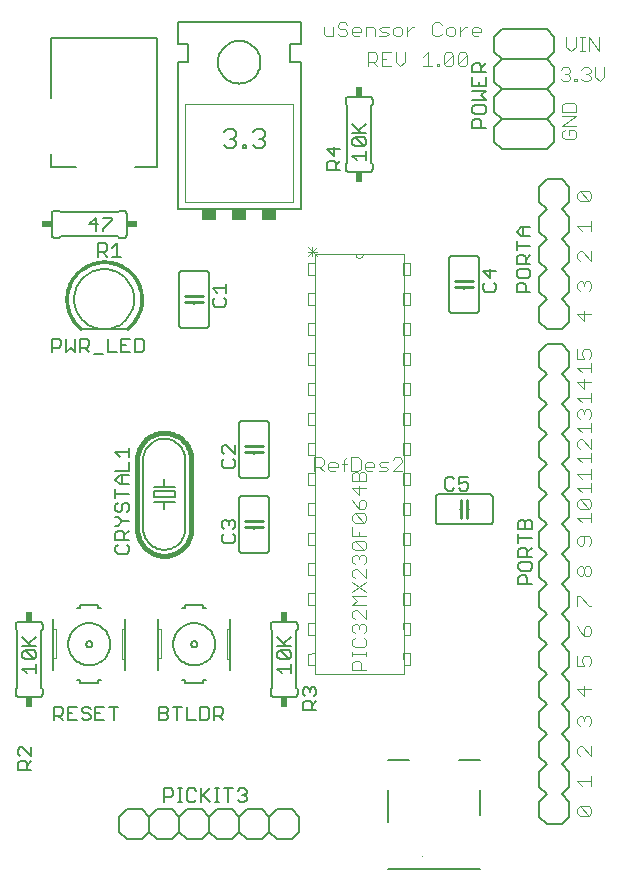
<source format=gto>
G75*
G70*
%OFA0B0*%
%FSLAX24Y24*%
%IPPOS*%
%LPD*%
%AMOC8*
5,1,8,0,0,1.08239X$1,22.5*
%
%ADD10C,0.0040*%
%ADD11C,0.0000*%
%ADD12C,0.0030*%
%ADD13C,0.0060*%
%ADD14C,0.0020*%
%ADD15C,0.0050*%
%ADD16R,0.0240X0.0340*%
%ADD17C,0.0100*%
%ADD18C,0.0160*%
%ADD19C,0.0080*%
%ADD20C,0.0010*%
%ADD21R,0.0340X0.0240*%
%ADD22R,0.0500X0.0350*%
%ADD23C,0.0070*%
D10*
X016771Y011119D02*
X016771Y011119D01*
X021950Y012547D02*
X021950Y012700D01*
X022026Y012777D01*
X022333Y012470D01*
X022410Y012547D01*
X022410Y012700D01*
X022333Y012777D01*
X022026Y012777D01*
X021950Y012547D02*
X022026Y012470D01*
X022333Y012470D01*
X022410Y013470D02*
X022410Y013777D01*
X022410Y013623D02*
X021950Y013623D01*
X022103Y013470D01*
X022026Y014470D02*
X021950Y014547D01*
X021950Y014700D01*
X022026Y014777D01*
X022103Y014777D01*
X022410Y014470D01*
X022410Y014777D01*
X022333Y015470D02*
X022410Y015547D01*
X022410Y015700D01*
X022333Y015777D01*
X022257Y015777D01*
X022180Y015700D01*
X022180Y015623D01*
X022180Y015700D02*
X022103Y015777D01*
X022026Y015777D01*
X021950Y015700D01*
X021950Y015547D01*
X022026Y015470D01*
X022180Y016470D02*
X022180Y016777D01*
X022410Y016700D02*
X021950Y016700D01*
X022180Y016470D01*
X022180Y017470D02*
X022103Y017623D01*
X022103Y017700D01*
X022180Y017777D01*
X022333Y017777D01*
X022410Y017700D01*
X022410Y017547D01*
X022333Y017470D01*
X022180Y017470D02*
X021950Y017470D01*
X021950Y017777D01*
X022180Y018470D02*
X022180Y018700D01*
X022257Y018777D01*
X022333Y018777D01*
X022410Y018700D01*
X022410Y018547D01*
X022333Y018470D01*
X022180Y018470D01*
X022026Y018623D01*
X021950Y018777D01*
X021950Y019470D02*
X021950Y019777D01*
X022026Y019777D01*
X022333Y019470D01*
X022410Y019470D01*
X022333Y020470D02*
X022257Y020470D01*
X022180Y020547D01*
X022180Y020700D01*
X022257Y020777D01*
X022333Y020777D01*
X022410Y020700D01*
X022410Y020547D01*
X022333Y020470D01*
X022180Y020547D02*
X022103Y020470D01*
X022026Y020470D01*
X021950Y020547D01*
X021950Y020700D01*
X022026Y020777D01*
X022103Y020777D01*
X022180Y020700D01*
X022103Y021470D02*
X022180Y021547D01*
X022180Y021777D01*
X022333Y021777D02*
X022026Y021777D01*
X021950Y021700D01*
X021950Y021547D01*
X022026Y021470D01*
X022103Y021470D01*
X022333Y021470D02*
X022410Y021547D01*
X022410Y021700D01*
X022333Y021777D01*
X022410Y022240D02*
X022410Y022547D01*
X022410Y022393D02*
X021950Y022393D01*
X022103Y022240D01*
X022026Y022700D02*
X021950Y022777D01*
X021950Y022930D01*
X022026Y023007D01*
X022333Y022700D01*
X022410Y022777D01*
X022410Y022930D01*
X022333Y023007D01*
X022026Y023007D01*
X022103Y023240D02*
X021950Y023393D01*
X022410Y023393D01*
X022410Y023240D02*
X022410Y023547D01*
X022410Y023700D02*
X022410Y024007D01*
X022410Y023853D02*
X021950Y023853D01*
X022103Y023700D01*
X022103Y024240D02*
X021950Y024393D01*
X022410Y024393D01*
X022410Y024240D02*
X022410Y024547D01*
X022410Y024700D02*
X022103Y025007D01*
X022026Y025007D01*
X021950Y024930D01*
X021950Y024777D01*
X022026Y024700D01*
X022410Y024700D02*
X022410Y025007D01*
X022410Y025240D02*
X022410Y025547D01*
X022410Y025393D02*
X021950Y025393D01*
X022103Y025240D01*
X022026Y025700D02*
X021950Y025777D01*
X021950Y025930D01*
X022026Y026007D01*
X022103Y026007D01*
X022180Y025930D01*
X022257Y026007D01*
X022333Y026007D01*
X022410Y025930D01*
X022410Y025777D01*
X022333Y025700D01*
X022180Y025853D02*
X022180Y025930D01*
X022103Y026240D02*
X021950Y026393D01*
X022410Y026393D01*
X022410Y026240D02*
X022410Y026547D01*
X022180Y026700D02*
X022180Y027007D01*
X022410Y026930D02*
X021950Y026930D01*
X022180Y026700D01*
X022103Y027240D02*
X021950Y027393D01*
X022410Y027393D01*
X022410Y027240D02*
X022410Y027547D01*
X022333Y027700D02*
X022410Y027777D01*
X022410Y027930D01*
X022333Y028007D01*
X022180Y028007D01*
X022103Y027930D01*
X022103Y027853D01*
X022180Y027700D01*
X021950Y027700D01*
X021950Y028007D01*
X022180Y028970D02*
X022180Y029277D01*
X022410Y029200D02*
X021950Y029200D01*
X022180Y028970D01*
X022333Y029970D02*
X022410Y030047D01*
X022410Y030200D01*
X022333Y030277D01*
X022257Y030277D01*
X022180Y030200D01*
X022180Y030123D01*
X022180Y030200D02*
X022103Y030277D01*
X022026Y030277D01*
X021950Y030200D01*
X021950Y030047D01*
X022026Y029970D01*
X022026Y030970D02*
X021950Y031047D01*
X021950Y031200D01*
X022026Y031277D01*
X022103Y031277D01*
X022410Y030970D01*
X022410Y031277D01*
X022410Y031970D02*
X022410Y032277D01*
X022410Y032123D02*
X021950Y032123D01*
X022103Y031970D01*
X022026Y032970D02*
X021950Y033047D01*
X021950Y033200D01*
X022026Y033277D01*
X022333Y032970D01*
X022410Y033047D01*
X022410Y033200D01*
X022333Y033277D01*
X022026Y033277D01*
X022026Y032970D02*
X022333Y032970D01*
X021833Y035009D02*
X021526Y035009D01*
X021450Y035086D01*
X021450Y035240D01*
X021526Y035316D01*
X021680Y035316D02*
X021680Y035163D01*
X021680Y035316D02*
X021833Y035316D01*
X021910Y035240D01*
X021910Y035086D01*
X021833Y035009D01*
X021910Y035470D02*
X021450Y035470D01*
X021910Y035777D01*
X021450Y035777D01*
X021450Y035930D02*
X021450Y036160D01*
X021526Y036237D01*
X021833Y036237D01*
X021910Y036160D01*
X021910Y035930D01*
X021450Y035930D01*
X021471Y036950D02*
X021394Y037027D01*
X021471Y036950D02*
X021625Y036950D01*
X021701Y037027D01*
X021701Y037103D01*
X021625Y037180D01*
X021548Y037180D01*
X021625Y037180D02*
X021701Y037257D01*
X021701Y037334D01*
X021625Y037410D01*
X021471Y037410D01*
X021394Y037334D01*
X021855Y037027D02*
X021855Y036950D01*
X021931Y036950D01*
X021931Y037027D01*
X021855Y037027D01*
X022085Y037027D02*
X022162Y036950D01*
X022315Y036950D01*
X022392Y037027D01*
X022392Y037103D01*
X022315Y037180D01*
X022238Y037180D01*
X022315Y037180D02*
X022392Y037257D01*
X022392Y037334D01*
X022315Y037410D01*
X022162Y037410D01*
X022085Y037334D01*
X022545Y037410D02*
X022545Y037103D01*
X022699Y036950D01*
X022852Y037103D01*
X022852Y037410D01*
X022660Y037950D02*
X022660Y038410D01*
X022353Y038410D02*
X022660Y037950D01*
X022353Y037950D02*
X022353Y038410D01*
X022200Y038410D02*
X022047Y038410D01*
X022123Y038410D02*
X022123Y037950D01*
X022047Y037950D02*
X022200Y037950D01*
X021893Y038103D02*
X021893Y038410D01*
X021893Y038103D02*
X021740Y037950D01*
X021586Y038103D01*
X021586Y038410D01*
X018732Y038603D02*
X018425Y038603D01*
X018425Y038527D02*
X018425Y038680D01*
X018502Y038757D01*
X018655Y038757D01*
X018732Y038680D01*
X018732Y038603D01*
X018655Y038450D02*
X018502Y038450D01*
X018425Y038527D01*
X018272Y038757D02*
X018195Y038757D01*
X018042Y038603D01*
X018042Y038450D02*
X018042Y038757D01*
X017888Y038680D02*
X017811Y038757D01*
X017658Y038757D01*
X017581Y038680D01*
X017581Y038527D01*
X017658Y038450D01*
X017811Y038450D01*
X017888Y038527D01*
X017888Y038680D01*
X017428Y038527D02*
X017351Y038450D01*
X017198Y038450D01*
X017121Y038527D01*
X017121Y038834D01*
X017198Y038910D01*
X017351Y038910D01*
X017428Y038834D01*
X016507Y038757D02*
X016430Y038757D01*
X016277Y038603D01*
X016277Y038450D02*
X016277Y038757D01*
X016123Y038680D02*
X016047Y038757D01*
X015893Y038757D01*
X015816Y038680D01*
X015816Y038527D01*
X015893Y038450D01*
X016047Y038450D01*
X016123Y038527D01*
X016123Y038680D01*
X015663Y038757D02*
X015433Y038757D01*
X015356Y038680D01*
X015433Y038603D01*
X015586Y038603D01*
X015663Y038527D01*
X015586Y038450D01*
X015356Y038450D01*
X015202Y038450D02*
X015202Y038680D01*
X015126Y038757D01*
X014896Y038757D01*
X014896Y038450D01*
X014742Y038603D02*
X014435Y038603D01*
X014435Y038527D02*
X014435Y038680D01*
X014512Y038757D01*
X014665Y038757D01*
X014742Y038680D01*
X014742Y038603D01*
X014665Y038450D02*
X014512Y038450D01*
X014435Y038527D01*
X014282Y038527D02*
X014205Y038450D01*
X014051Y038450D01*
X013975Y038527D01*
X014051Y038680D02*
X013975Y038757D01*
X013975Y038834D01*
X014051Y038910D01*
X014205Y038910D01*
X014282Y038834D01*
X014205Y038680D02*
X014282Y038603D01*
X014282Y038527D01*
X014205Y038680D02*
X014051Y038680D01*
X013821Y038757D02*
X013821Y038450D01*
X013591Y038450D01*
X013514Y038527D01*
X013514Y038757D01*
X014974Y037910D02*
X014974Y037450D01*
X014974Y037603D02*
X015204Y037603D01*
X015280Y037680D01*
X015280Y037834D01*
X015204Y037910D01*
X014974Y037910D01*
X015127Y037603D02*
X015280Y037450D01*
X015434Y037450D02*
X015741Y037450D01*
X015894Y037603D02*
X016048Y037450D01*
X016201Y037603D01*
X016201Y037910D01*
X015894Y037910D02*
X015894Y037603D01*
X015587Y037680D02*
X015434Y037680D01*
X015434Y037910D02*
X015434Y037450D01*
X015434Y037910D02*
X015741Y037910D01*
X016815Y037757D02*
X016969Y037910D01*
X016969Y037450D01*
X017122Y037450D02*
X016815Y037450D01*
X017275Y037450D02*
X017275Y037527D01*
X017352Y037527D01*
X017352Y037450D01*
X017275Y037450D01*
X017506Y037527D02*
X017813Y037834D01*
X017813Y037527D01*
X017736Y037450D01*
X017582Y037450D01*
X017506Y037527D01*
X017506Y037834D01*
X017582Y037910D01*
X017736Y037910D01*
X017813Y037834D01*
X017966Y037834D02*
X018043Y037910D01*
X018196Y037910D01*
X018273Y037834D01*
X017966Y037527D01*
X018043Y037450D01*
X018196Y037450D01*
X018273Y037527D01*
X018273Y037834D01*
X017966Y037834D02*
X017966Y037527D01*
X014833Y023923D02*
X014910Y023846D01*
X014910Y023616D01*
X014450Y023616D01*
X014450Y023846D01*
X014526Y023923D01*
X014603Y023923D01*
X014680Y023846D01*
X014680Y023616D01*
X014680Y023462D02*
X014680Y023155D01*
X014450Y023386D01*
X014910Y023386D01*
X014833Y023002D02*
X014757Y023002D01*
X014680Y022925D01*
X014680Y022695D01*
X014833Y022695D01*
X014910Y022772D01*
X014910Y022925D01*
X014833Y023002D01*
X014526Y022848D02*
X014680Y022695D01*
X014833Y022542D02*
X014910Y022465D01*
X014910Y022311D01*
X014833Y022235D01*
X014526Y022542D01*
X014833Y022542D01*
X014526Y022542D02*
X014450Y022465D01*
X014450Y022311D01*
X014526Y022235D01*
X014833Y022235D01*
X014680Y021928D02*
X014680Y021774D01*
X014833Y021621D02*
X014910Y021544D01*
X014910Y021391D01*
X014833Y021314D01*
X014526Y021621D01*
X014833Y021621D01*
X014910Y021774D02*
X014450Y021774D01*
X014450Y022081D01*
X014526Y021621D02*
X014450Y021544D01*
X014450Y021391D01*
X014526Y021314D01*
X014833Y021314D01*
X014833Y021160D02*
X014910Y021084D01*
X014910Y020930D01*
X014833Y020853D01*
X014910Y020700D02*
X014910Y020393D01*
X014603Y020700D01*
X014526Y020700D01*
X014450Y020623D01*
X014450Y020470D01*
X014526Y020393D01*
X014450Y020240D02*
X014910Y019933D01*
X014910Y019779D02*
X014450Y019779D01*
X014603Y019626D01*
X014450Y019472D01*
X014910Y019472D01*
X014910Y019319D02*
X014910Y019012D01*
X014603Y019319D01*
X014526Y019319D01*
X014450Y019242D01*
X014450Y019089D01*
X014526Y019012D01*
X014526Y018858D02*
X014603Y018858D01*
X014680Y018782D01*
X014757Y018858D01*
X014833Y018858D01*
X014910Y018782D01*
X014910Y018628D01*
X014833Y018551D01*
X014833Y018398D02*
X014910Y018321D01*
X014910Y018168D01*
X014833Y018091D01*
X014526Y018091D01*
X014450Y018168D01*
X014450Y018321D01*
X014526Y018398D01*
X014526Y018551D02*
X014450Y018628D01*
X014450Y018782D01*
X014526Y018858D01*
X014680Y018782D02*
X014680Y018705D01*
X014910Y017938D02*
X014910Y017784D01*
X014910Y017861D02*
X014450Y017861D01*
X014450Y017784D02*
X014450Y017938D01*
X014526Y017631D02*
X014450Y017554D01*
X014450Y017324D01*
X014910Y017324D01*
X014757Y017324D02*
X014757Y017554D01*
X014680Y017631D01*
X014526Y017631D01*
X014450Y019933D02*
X014910Y020240D01*
X014526Y020853D02*
X014450Y020930D01*
X014450Y021084D01*
X014526Y021160D01*
X014603Y021160D01*
X014680Y021084D01*
X014757Y021160D01*
X014833Y021160D01*
X014680Y021084D02*
X014680Y021007D01*
X014526Y022848D02*
X014450Y023002D01*
X014680Y023846D02*
X014757Y023923D01*
X014833Y023923D01*
X022026Y022700D02*
X022333Y022700D01*
D11*
X016370Y022880D02*
X016370Y022480D01*
X016150Y022480D01*
X016150Y022880D01*
X016370Y022880D01*
X016370Y023480D02*
X016370Y023880D01*
X016150Y023880D01*
X016150Y023480D01*
X016370Y023480D01*
X016370Y024480D02*
X016370Y024880D01*
X016150Y024880D01*
X016150Y024480D01*
X016370Y024480D01*
X016370Y025480D02*
X016370Y025880D01*
X016150Y025880D01*
X016150Y025480D01*
X016370Y025480D01*
X016370Y026480D02*
X016370Y026880D01*
X016150Y026880D01*
X016150Y026480D01*
X016370Y026480D01*
X016370Y027480D02*
X016370Y027880D01*
X016150Y027880D01*
X016150Y027480D01*
X016370Y027480D01*
X016370Y028480D02*
X016370Y028880D01*
X016150Y028880D01*
X016150Y028480D01*
X016370Y028480D01*
X016370Y029480D02*
X016370Y029880D01*
X016150Y029880D01*
X016150Y029480D01*
X016370Y029480D01*
X016370Y030480D02*
X016370Y030880D01*
X016150Y030880D01*
X016150Y030480D01*
X016370Y030480D01*
X016160Y031180D02*
X014800Y031180D01*
X014560Y031180D01*
X013200Y031180D01*
X013200Y017180D01*
X016160Y017180D01*
X016160Y031180D01*
X014800Y031180D02*
X014798Y031159D01*
X014793Y031139D01*
X014784Y031120D01*
X014772Y031103D01*
X014757Y031088D01*
X014740Y031076D01*
X014721Y031067D01*
X014701Y031062D01*
X014680Y031060D01*
X014659Y031062D01*
X014639Y031067D01*
X014620Y031076D01*
X014603Y031088D01*
X014588Y031103D01*
X014576Y031120D01*
X014567Y031139D01*
X014562Y031159D01*
X014560Y031180D01*
X013200Y030880D02*
X013200Y030480D01*
X012980Y030480D01*
X012980Y030880D01*
X013200Y030880D01*
X013200Y029880D02*
X012980Y029880D01*
X012980Y029480D01*
X013200Y029480D01*
X013200Y029880D01*
X013200Y028880D02*
X012980Y028880D01*
X012980Y028480D01*
X013200Y028480D01*
X013200Y028880D01*
X013200Y027880D02*
X012980Y027880D01*
X012980Y027480D01*
X013200Y027480D01*
X013200Y027880D01*
X013200Y026880D02*
X012980Y026880D01*
X012980Y026480D01*
X013200Y026480D01*
X013200Y026880D01*
X013200Y025880D02*
X012980Y025880D01*
X012980Y025480D01*
X013200Y025480D01*
X013200Y025880D01*
X013200Y024880D02*
X012980Y024880D01*
X012980Y024480D01*
X013200Y024480D01*
X013200Y024880D01*
X013200Y023880D02*
X012980Y023880D01*
X012980Y023480D01*
X013200Y023480D01*
X013200Y023880D01*
X013200Y022880D02*
X012980Y022880D01*
X012990Y022480D01*
X013210Y022480D01*
X013200Y022880D01*
X013210Y021880D02*
X012990Y021880D01*
X012990Y021480D01*
X013210Y021480D01*
X013210Y021880D01*
X013210Y020880D02*
X012990Y020880D01*
X012990Y020480D01*
X013210Y020480D01*
X013210Y020880D01*
X013210Y019880D02*
X012990Y019880D01*
X012990Y019480D01*
X013210Y019480D01*
X013210Y019880D01*
X013210Y018880D02*
X012990Y018880D01*
X012990Y018480D01*
X013210Y018480D01*
X013210Y018880D01*
X013210Y017880D02*
X012990Y017870D01*
X012990Y017480D01*
X013210Y017480D01*
X013210Y017880D01*
X016150Y017880D02*
X016160Y017480D01*
X016380Y017480D01*
X016370Y017880D01*
X016150Y017880D01*
X016160Y018480D02*
X016380Y018480D01*
X016370Y018880D01*
X016150Y018880D01*
X016160Y018480D01*
X016150Y019480D02*
X016370Y019480D01*
X016370Y019880D01*
X016150Y019880D01*
X016150Y019480D01*
X016150Y020480D02*
X016370Y020480D01*
X016370Y020880D01*
X016150Y020880D01*
X016150Y020480D01*
X016150Y021480D02*
X016370Y021480D01*
X016370Y021880D01*
X016150Y021880D01*
X016150Y021480D01*
D12*
X016107Y023945D02*
X015794Y023945D01*
X016107Y024259D01*
X016107Y024337D01*
X016029Y024415D01*
X015872Y024415D01*
X015794Y024337D01*
X015647Y024259D02*
X015412Y024259D01*
X015333Y024180D01*
X015412Y024102D01*
X015569Y024102D01*
X015647Y024023D01*
X015569Y023945D01*
X015333Y023945D01*
X015187Y024102D02*
X014873Y024102D01*
X014873Y024180D02*
X014952Y024259D01*
X015108Y024259D01*
X015187Y024180D01*
X015187Y024102D01*
X015108Y023945D02*
X014952Y023945D01*
X014873Y024023D01*
X014873Y024180D01*
X014726Y024023D02*
X014726Y024337D01*
X014648Y024415D01*
X014413Y024415D01*
X014413Y023945D01*
X014648Y023945D01*
X014726Y024023D01*
X014263Y024180D02*
X014106Y024180D01*
X013959Y024180D02*
X013881Y024259D01*
X013724Y024259D01*
X013645Y024180D01*
X013645Y024023D01*
X013724Y023945D01*
X013881Y023945D01*
X013959Y024102D02*
X013645Y024102D01*
X013499Y024180D02*
X013499Y024337D01*
X013420Y024415D01*
X013185Y024415D01*
X013185Y023945D01*
X013185Y024102D02*
X013420Y024102D01*
X013499Y024180D01*
X013342Y024102D02*
X013499Y023945D01*
X013959Y024102D02*
X013959Y024180D01*
X014184Y024337D02*
X014263Y024415D01*
X014184Y024337D02*
X014184Y023945D01*
X013279Y031113D02*
X012965Y031427D01*
X012965Y031270D02*
X013279Y031270D01*
X013279Y031427D02*
X012965Y031113D01*
X013122Y031113D02*
X013122Y031427D01*
D13*
X007430Y011680D02*
X006930Y011680D01*
X006680Y011930D01*
X006680Y012430D01*
X006930Y012680D01*
X007430Y012680D01*
X007680Y012430D01*
X007930Y012680D01*
X008430Y012680D01*
X008680Y012430D01*
X008680Y011930D01*
X008430Y011680D01*
X007930Y011680D01*
X007680Y011930D01*
X007430Y011680D01*
X007680Y011930D02*
X007680Y012430D01*
X008680Y012430D02*
X008930Y012680D01*
X009430Y012680D01*
X009680Y012430D01*
X009930Y012680D01*
X010430Y012680D01*
X010680Y012430D01*
X010930Y012680D01*
X011430Y012680D01*
X011680Y012430D01*
X011930Y012680D01*
X012430Y012680D01*
X012680Y012430D01*
X012680Y011930D01*
X012430Y011680D01*
X011930Y011680D01*
X011680Y011930D01*
X011430Y011680D01*
X010930Y011680D01*
X010680Y011930D01*
X010430Y011680D01*
X009930Y011680D01*
X009680Y011930D01*
X009430Y011680D01*
X008930Y011680D01*
X008680Y011930D01*
X009680Y011930D02*
X009680Y012430D01*
X010680Y012430D02*
X010680Y011930D01*
X011680Y011930D02*
X011680Y012430D01*
X011830Y016430D02*
X012530Y016430D01*
X012547Y016432D01*
X012564Y016436D01*
X012580Y016443D01*
X012594Y016453D01*
X012607Y016466D01*
X012617Y016480D01*
X012624Y016496D01*
X012628Y016513D01*
X012630Y016530D01*
X012630Y016680D01*
X012580Y016730D01*
X012580Y018630D01*
X012630Y018680D01*
X012630Y018830D01*
X012628Y018847D01*
X012624Y018864D01*
X012617Y018880D01*
X012607Y018894D01*
X012594Y018907D01*
X012580Y018917D01*
X012564Y018924D01*
X012547Y018928D01*
X012530Y018930D01*
X011830Y018930D01*
X011813Y018928D01*
X011796Y018924D01*
X011780Y018917D01*
X011766Y018907D01*
X011753Y018894D01*
X011743Y018880D01*
X011736Y018864D01*
X011732Y018847D01*
X011730Y018830D01*
X011730Y018680D01*
X011780Y018630D01*
X011780Y016730D01*
X011730Y016680D01*
X011730Y016530D01*
X011732Y016513D01*
X011736Y016496D01*
X011743Y016480D01*
X011753Y016466D01*
X011766Y016453D01*
X011780Y016443D01*
X011796Y016436D01*
X011813Y016432D01*
X011830Y016430D01*
X010380Y017330D02*
X010380Y017680D01*
X010380Y018680D01*
X010380Y019030D01*
X009580Y019380D02*
X009480Y019380D01*
X009480Y019480D01*
X008880Y019480D01*
X008880Y019380D01*
X008780Y019380D01*
X007980Y019030D02*
X007980Y018680D01*
X007980Y017730D01*
X007980Y017330D01*
X008780Y016980D02*
X008880Y016980D01*
X008880Y016880D01*
X009480Y016880D01*
X009480Y016980D01*
X009580Y016980D01*
X009080Y018180D02*
X009082Y018200D01*
X009088Y018218D01*
X009097Y018236D01*
X009109Y018251D01*
X009124Y018263D01*
X009142Y018272D01*
X009160Y018278D01*
X009180Y018280D01*
X009200Y018278D01*
X009218Y018272D01*
X009236Y018263D01*
X009251Y018251D01*
X009263Y018236D01*
X009272Y018218D01*
X009278Y018200D01*
X009280Y018180D01*
X009278Y018160D01*
X009272Y018142D01*
X009263Y018124D01*
X009251Y018109D01*
X009236Y018097D01*
X009218Y018088D01*
X009200Y018082D01*
X009180Y018080D01*
X009160Y018082D01*
X009142Y018088D01*
X009124Y018097D01*
X009109Y018109D01*
X009097Y018124D01*
X009088Y018142D01*
X009082Y018160D01*
X009080Y018180D01*
X008480Y018180D02*
X008482Y018232D01*
X008488Y018284D01*
X008498Y018336D01*
X008511Y018386D01*
X008528Y018436D01*
X008549Y018484D01*
X008574Y018530D01*
X008602Y018574D01*
X008633Y018616D01*
X008667Y018656D01*
X008704Y018693D01*
X008744Y018727D01*
X008786Y018758D01*
X008830Y018786D01*
X008876Y018811D01*
X008924Y018832D01*
X008974Y018849D01*
X009024Y018862D01*
X009076Y018872D01*
X009128Y018878D01*
X009180Y018880D01*
X009232Y018878D01*
X009284Y018872D01*
X009336Y018862D01*
X009386Y018849D01*
X009436Y018832D01*
X009484Y018811D01*
X009530Y018786D01*
X009574Y018758D01*
X009616Y018727D01*
X009656Y018693D01*
X009693Y018656D01*
X009727Y018616D01*
X009758Y018574D01*
X009786Y018530D01*
X009811Y018484D01*
X009832Y018436D01*
X009849Y018386D01*
X009862Y018336D01*
X009872Y018284D01*
X009878Y018232D01*
X009880Y018180D01*
X009878Y018128D01*
X009872Y018076D01*
X009862Y018024D01*
X009849Y017974D01*
X009832Y017924D01*
X009811Y017876D01*
X009786Y017830D01*
X009758Y017786D01*
X009727Y017744D01*
X009693Y017704D01*
X009656Y017667D01*
X009616Y017633D01*
X009574Y017602D01*
X009530Y017574D01*
X009484Y017549D01*
X009436Y017528D01*
X009386Y017511D01*
X009336Y017498D01*
X009284Y017488D01*
X009232Y017482D01*
X009180Y017480D01*
X009128Y017482D01*
X009076Y017488D01*
X009024Y017498D01*
X008974Y017511D01*
X008924Y017528D01*
X008876Y017549D01*
X008830Y017574D01*
X008786Y017602D01*
X008744Y017633D01*
X008704Y017667D01*
X008667Y017704D01*
X008633Y017744D01*
X008602Y017786D01*
X008574Y017830D01*
X008549Y017876D01*
X008528Y017924D01*
X008511Y017974D01*
X008498Y018024D01*
X008488Y018076D01*
X008482Y018128D01*
X008480Y018180D01*
X006880Y017680D02*
X006880Y018680D01*
X006880Y019030D01*
X006080Y019380D02*
X005980Y019380D01*
X005980Y019480D01*
X005380Y019480D01*
X005380Y019380D01*
X005280Y019380D01*
X004480Y019030D02*
X004480Y018680D01*
X004480Y017730D01*
X004480Y017330D01*
X005280Y016980D02*
X005380Y016980D01*
X005380Y016880D01*
X005980Y016880D01*
X005980Y016980D01*
X006080Y016980D01*
X006880Y017330D02*
X006880Y017680D01*
X005580Y018180D02*
X005582Y018200D01*
X005588Y018218D01*
X005597Y018236D01*
X005609Y018251D01*
X005624Y018263D01*
X005642Y018272D01*
X005660Y018278D01*
X005680Y018280D01*
X005700Y018278D01*
X005718Y018272D01*
X005736Y018263D01*
X005751Y018251D01*
X005763Y018236D01*
X005772Y018218D01*
X005778Y018200D01*
X005780Y018180D01*
X005778Y018160D01*
X005772Y018142D01*
X005763Y018124D01*
X005751Y018109D01*
X005736Y018097D01*
X005718Y018088D01*
X005700Y018082D01*
X005680Y018080D01*
X005660Y018082D01*
X005642Y018088D01*
X005624Y018097D01*
X005609Y018109D01*
X005597Y018124D01*
X005588Y018142D01*
X005582Y018160D01*
X005580Y018180D01*
X004980Y018180D02*
X004982Y018232D01*
X004988Y018284D01*
X004998Y018336D01*
X005011Y018386D01*
X005028Y018436D01*
X005049Y018484D01*
X005074Y018530D01*
X005102Y018574D01*
X005133Y018616D01*
X005167Y018656D01*
X005204Y018693D01*
X005244Y018727D01*
X005286Y018758D01*
X005330Y018786D01*
X005376Y018811D01*
X005424Y018832D01*
X005474Y018849D01*
X005524Y018862D01*
X005576Y018872D01*
X005628Y018878D01*
X005680Y018880D01*
X005732Y018878D01*
X005784Y018872D01*
X005836Y018862D01*
X005886Y018849D01*
X005936Y018832D01*
X005984Y018811D01*
X006030Y018786D01*
X006074Y018758D01*
X006116Y018727D01*
X006156Y018693D01*
X006193Y018656D01*
X006227Y018616D01*
X006258Y018574D01*
X006286Y018530D01*
X006311Y018484D01*
X006332Y018436D01*
X006349Y018386D01*
X006362Y018336D01*
X006372Y018284D01*
X006378Y018232D01*
X006380Y018180D01*
X006378Y018128D01*
X006372Y018076D01*
X006362Y018024D01*
X006349Y017974D01*
X006332Y017924D01*
X006311Y017876D01*
X006286Y017830D01*
X006258Y017786D01*
X006227Y017744D01*
X006193Y017704D01*
X006156Y017667D01*
X006116Y017633D01*
X006074Y017602D01*
X006030Y017574D01*
X005984Y017549D01*
X005936Y017528D01*
X005886Y017511D01*
X005836Y017498D01*
X005784Y017488D01*
X005732Y017482D01*
X005680Y017480D01*
X005628Y017482D01*
X005576Y017488D01*
X005524Y017498D01*
X005474Y017511D01*
X005424Y017528D01*
X005376Y017549D01*
X005330Y017574D01*
X005286Y017602D01*
X005244Y017633D01*
X005204Y017667D01*
X005167Y017704D01*
X005133Y017744D01*
X005102Y017786D01*
X005074Y017830D01*
X005049Y017876D01*
X005028Y017924D01*
X005011Y017974D01*
X004998Y018024D01*
X004988Y018076D01*
X004982Y018128D01*
X004980Y018180D01*
X004130Y018680D02*
X004130Y018830D01*
X004128Y018847D01*
X004124Y018864D01*
X004117Y018880D01*
X004107Y018894D01*
X004094Y018907D01*
X004080Y018917D01*
X004064Y018924D01*
X004047Y018928D01*
X004030Y018930D01*
X003330Y018930D01*
X003313Y018928D01*
X003296Y018924D01*
X003280Y018917D01*
X003266Y018907D01*
X003253Y018894D01*
X003243Y018880D01*
X003236Y018864D01*
X003232Y018847D01*
X003230Y018830D01*
X003230Y018680D01*
X003280Y018630D01*
X003280Y016730D01*
X003230Y016680D01*
X003230Y016530D01*
X003232Y016513D01*
X003236Y016496D01*
X003243Y016480D01*
X003253Y016466D01*
X003266Y016453D01*
X003280Y016443D01*
X003296Y016436D01*
X003313Y016432D01*
X003330Y016430D01*
X004030Y016430D01*
X004047Y016432D01*
X004064Y016436D01*
X004080Y016443D01*
X004094Y016453D01*
X004107Y016466D01*
X004117Y016480D01*
X004124Y016496D01*
X004128Y016513D01*
X004130Y016530D01*
X004130Y016680D01*
X004080Y016730D01*
X004080Y018630D01*
X004130Y018680D01*
X007480Y022030D02*
X007480Y024330D01*
X007482Y024381D01*
X007487Y024432D01*
X007497Y024482D01*
X007510Y024532D01*
X007526Y024580D01*
X007546Y024627D01*
X007570Y024673D01*
X007596Y024716D01*
X007626Y024758D01*
X007659Y024797D01*
X007694Y024834D01*
X007732Y024868D01*
X007773Y024899D01*
X007815Y024928D01*
X007860Y024953D01*
X007906Y024974D01*
X007954Y024993D01*
X008003Y025007D01*
X008053Y025018D01*
X008103Y025026D01*
X008154Y025030D01*
X008206Y025030D01*
X008257Y025026D01*
X008307Y025018D01*
X008357Y025007D01*
X008406Y024993D01*
X008454Y024974D01*
X008500Y024953D01*
X008545Y024928D01*
X008587Y024899D01*
X008628Y024868D01*
X008666Y024834D01*
X008701Y024797D01*
X008734Y024758D01*
X008764Y024716D01*
X008790Y024673D01*
X008814Y024627D01*
X008834Y024580D01*
X008850Y024532D01*
X008863Y024482D01*
X008873Y024432D01*
X008878Y024381D01*
X008880Y024330D01*
X008880Y022030D01*
X008878Y021979D01*
X008873Y021928D01*
X008863Y021878D01*
X008850Y021828D01*
X008834Y021780D01*
X008814Y021733D01*
X008790Y021687D01*
X008764Y021644D01*
X008734Y021602D01*
X008701Y021563D01*
X008666Y021526D01*
X008628Y021492D01*
X008587Y021461D01*
X008545Y021432D01*
X008500Y021407D01*
X008454Y021386D01*
X008406Y021367D01*
X008357Y021353D01*
X008307Y021342D01*
X008257Y021334D01*
X008206Y021330D01*
X008154Y021330D01*
X008103Y021334D01*
X008053Y021342D01*
X008003Y021353D01*
X007954Y021367D01*
X007906Y021386D01*
X007860Y021407D01*
X007815Y021432D01*
X007773Y021461D01*
X007732Y021492D01*
X007694Y021526D01*
X007659Y021563D01*
X007626Y021602D01*
X007596Y021644D01*
X007570Y021687D01*
X007546Y021733D01*
X007526Y021780D01*
X007510Y021828D01*
X007497Y021878D01*
X007487Y021928D01*
X007482Y021979D01*
X007480Y022030D01*
X008180Y022680D02*
X008180Y022930D01*
X008530Y022930D01*
X008530Y023080D02*
X007830Y023080D01*
X007830Y023280D01*
X008530Y023280D01*
X008530Y023080D01*
X008530Y023430D02*
X008180Y023430D01*
X008180Y023680D01*
X008180Y023430D02*
X007830Y023430D01*
X007830Y022930D02*
X008180Y022930D01*
X010680Y023030D02*
X010680Y021330D01*
X010682Y021313D01*
X010686Y021296D01*
X010693Y021280D01*
X010703Y021266D01*
X010716Y021253D01*
X010730Y021243D01*
X010746Y021236D01*
X010763Y021232D01*
X010780Y021230D01*
X011580Y021230D01*
X011597Y021232D01*
X011614Y021236D01*
X011630Y021243D01*
X011644Y021253D01*
X011657Y021266D01*
X011667Y021280D01*
X011674Y021296D01*
X011678Y021313D01*
X011680Y021330D01*
X011680Y023030D01*
X011678Y023047D01*
X011674Y023064D01*
X011667Y023080D01*
X011657Y023094D01*
X011644Y023107D01*
X011630Y023117D01*
X011614Y023124D01*
X011597Y023128D01*
X011580Y023130D01*
X010780Y023130D01*
X010763Y023128D01*
X010746Y023124D01*
X010730Y023117D01*
X010716Y023107D01*
X010703Y023094D01*
X010693Y023080D01*
X010686Y023064D01*
X010682Y023047D01*
X010680Y023030D01*
X011180Y022330D02*
X011180Y022280D01*
X011180Y022080D02*
X011180Y022030D01*
X010780Y023730D02*
X011580Y023730D01*
X011597Y023732D01*
X011614Y023736D01*
X011630Y023743D01*
X011644Y023753D01*
X011657Y023766D01*
X011667Y023780D01*
X011674Y023796D01*
X011678Y023813D01*
X011680Y023830D01*
X011680Y025530D01*
X011678Y025547D01*
X011674Y025564D01*
X011667Y025580D01*
X011657Y025594D01*
X011644Y025607D01*
X011630Y025617D01*
X011614Y025624D01*
X011597Y025628D01*
X011580Y025630D01*
X010780Y025630D01*
X010763Y025628D01*
X010746Y025624D01*
X010730Y025617D01*
X010716Y025607D01*
X010703Y025594D01*
X010693Y025580D01*
X010686Y025564D01*
X010682Y025547D01*
X010680Y025530D01*
X010680Y023830D01*
X010682Y023813D01*
X010686Y023796D01*
X010693Y023780D01*
X010703Y023766D01*
X010716Y023753D01*
X010730Y023743D01*
X010746Y023736D01*
X010763Y023732D01*
X010780Y023730D01*
X011180Y024530D02*
X011180Y024580D01*
X011180Y024780D02*
X011180Y024830D01*
X009580Y028730D02*
X008780Y028730D01*
X008763Y028732D01*
X008746Y028736D01*
X008730Y028743D01*
X008716Y028753D01*
X008703Y028766D01*
X008693Y028780D01*
X008686Y028796D01*
X008682Y028813D01*
X008680Y028830D01*
X008680Y030530D01*
X008682Y030547D01*
X008686Y030564D01*
X008693Y030580D01*
X008703Y030594D01*
X008716Y030607D01*
X008730Y030617D01*
X008746Y030624D01*
X008763Y030628D01*
X008780Y030630D01*
X009580Y030630D01*
X009597Y030628D01*
X009614Y030624D01*
X009630Y030617D01*
X009644Y030607D01*
X009657Y030594D01*
X009667Y030580D01*
X009674Y030564D01*
X009678Y030547D01*
X009680Y030530D01*
X009680Y028830D01*
X009678Y028813D01*
X009674Y028796D01*
X009667Y028780D01*
X009657Y028766D01*
X009644Y028753D01*
X009630Y028743D01*
X009614Y028736D01*
X009597Y028732D01*
X009580Y028730D01*
X009180Y029530D02*
X009180Y029580D01*
X009180Y029780D02*
X009180Y029830D01*
X006930Y031830D02*
X006930Y032530D01*
X006928Y032547D01*
X006924Y032564D01*
X006917Y032580D01*
X006907Y032594D01*
X006894Y032607D01*
X006880Y032617D01*
X006864Y032624D01*
X006847Y032628D01*
X006830Y032630D01*
X006680Y032630D01*
X006630Y032580D01*
X004730Y032580D01*
X004680Y032630D01*
X004530Y032630D01*
X004513Y032628D01*
X004496Y032624D01*
X004480Y032617D01*
X004466Y032607D01*
X004453Y032594D01*
X004443Y032580D01*
X004436Y032564D01*
X004432Y032547D01*
X004430Y032530D01*
X004430Y031830D01*
X004432Y031813D01*
X004436Y031796D01*
X004443Y031780D01*
X004453Y031766D01*
X004466Y031753D01*
X004480Y031743D01*
X004496Y031736D01*
X004513Y031732D01*
X004530Y031730D01*
X004680Y031730D01*
X004730Y031780D01*
X006630Y031780D01*
X006680Y031730D01*
X006830Y031730D01*
X006847Y031732D01*
X006864Y031736D01*
X006880Y031743D01*
X006894Y031753D01*
X006907Y031766D01*
X006917Y031780D01*
X006924Y031796D01*
X006928Y031813D01*
X006930Y031830D01*
X008630Y032680D02*
X008630Y037580D01*
X008980Y037580D01*
X008980Y038180D01*
X008630Y038180D01*
X008630Y038930D01*
X012730Y038930D01*
X012730Y038180D01*
X012380Y038180D01*
X012380Y037580D01*
X012730Y037580D01*
X012730Y032680D01*
X008630Y032680D01*
X005180Y029680D02*
X005182Y029743D01*
X005188Y029805D01*
X005198Y029867D01*
X005211Y029929D01*
X005229Y029989D01*
X005250Y030048D01*
X005275Y030106D01*
X005304Y030162D01*
X005336Y030216D01*
X005371Y030268D01*
X005409Y030317D01*
X005451Y030365D01*
X005495Y030409D01*
X005543Y030451D01*
X005592Y030489D01*
X005644Y030524D01*
X005698Y030556D01*
X005754Y030585D01*
X005812Y030610D01*
X005871Y030631D01*
X005931Y030649D01*
X005993Y030662D01*
X006055Y030672D01*
X006117Y030678D01*
X006180Y030680D01*
X006243Y030678D01*
X006305Y030672D01*
X006367Y030662D01*
X006429Y030649D01*
X006489Y030631D01*
X006548Y030610D01*
X006606Y030585D01*
X006662Y030556D01*
X006716Y030524D01*
X006768Y030489D01*
X006817Y030451D01*
X006865Y030409D01*
X006909Y030365D01*
X006951Y030317D01*
X006989Y030268D01*
X007024Y030216D01*
X007056Y030162D01*
X007085Y030106D01*
X007110Y030048D01*
X007131Y029989D01*
X007149Y029929D01*
X007162Y029867D01*
X007172Y029805D01*
X007178Y029743D01*
X007180Y029680D01*
X007178Y029617D01*
X007172Y029555D01*
X007162Y029493D01*
X007149Y029431D01*
X007131Y029371D01*
X007110Y029312D01*
X007085Y029254D01*
X007056Y029198D01*
X007024Y029144D01*
X006989Y029092D01*
X006951Y029043D01*
X006909Y028995D01*
X006865Y028951D01*
X006817Y028909D01*
X006768Y028871D01*
X006716Y028836D01*
X006662Y028804D01*
X006606Y028775D01*
X006548Y028750D01*
X006489Y028729D01*
X006429Y028711D01*
X006367Y028698D01*
X006305Y028688D01*
X006243Y028682D01*
X006180Y028680D01*
X006117Y028682D01*
X006055Y028688D01*
X005993Y028698D01*
X005931Y028711D01*
X005871Y028729D01*
X005812Y028750D01*
X005754Y028775D01*
X005698Y028804D01*
X005644Y028836D01*
X005592Y028871D01*
X005543Y028909D01*
X005495Y028951D01*
X005451Y028995D01*
X005409Y029043D01*
X005371Y029092D01*
X005336Y029144D01*
X005304Y029198D01*
X005275Y029254D01*
X005250Y029312D01*
X005229Y029371D01*
X005211Y029431D01*
X005198Y029493D01*
X005188Y029555D01*
X005182Y029617D01*
X005180Y029680D01*
X009970Y037580D02*
X009972Y037633D01*
X009978Y037686D01*
X009988Y037738D01*
X010002Y037789D01*
X010019Y037839D01*
X010040Y037888D01*
X010065Y037935D01*
X010093Y037980D01*
X010125Y038023D01*
X010160Y038063D01*
X010197Y038100D01*
X010237Y038135D01*
X010280Y038167D01*
X010325Y038195D01*
X010372Y038220D01*
X010421Y038241D01*
X010471Y038258D01*
X010522Y038272D01*
X010574Y038282D01*
X010627Y038288D01*
X010680Y038290D01*
X010733Y038288D01*
X010786Y038282D01*
X010838Y038272D01*
X010889Y038258D01*
X010939Y038241D01*
X010988Y038220D01*
X011035Y038195D01*
X011080Y038167D01*
X011123Y038135D01*
X011163Y038100D01*
X011200Y038063D01*
X011235Y038023D01*
X011267Y037980D01*
X011295Y037935D01*
X011320Y037888D01*
X011341Y037839D01*
X011358Y037789D01*
X011372Y037738D01*
X011382Y037686D01*
X011388Y037633D01*
X011390Y037580D01*
X011388Y037527D01*
X011382Y037474D01*
X011372Y037422D01*
X011358Y037371D01*
X011341Y037321D01*
X011320Y037272D01*
X011295Y037225D01*
X011267Y037180D01*
X011235Y037137D01*
X011200Y037097D01*
X011163Y037060D01*
X011123Y037025D01*
X011080Y036993D01*
X011035Y036965D01*
X010988Y036940D01*
X010939Y036919D01*
X010889Y036902D01*
X010838Y036888D01*
X010786Y036878D01*
X010733Y036872D01*
X010680Y036870D01*
X010627Y036872D01*
X010574Y036878D01*
X010522Y036888D01*
X010471Y036902D01*
X010421Y036919D01*
X010372Y036940D01*
X010325Y036965D01*
X010280Y036993D01*
X010237Y037025D01*
X010197Y037060D01*
X010160Y037097D01*
X010125Y037137D01*
X010093Y037180D01*
X010065Y037225D01*
X010040Y037272D01*
X010019Y037321D01*
X010002Y037371D01*
X009988Y037422D01*
X009978Y037474D01*
X009972Y037527D01*
X009970Y037580D01*
X014230Y036330D02*
X014230Y036180D01*
X014280Y036130D01*
X014280Y034230D01*
X014230Y034180D01*
X014230Y034030D01*
X014232Y034013D01*
X014236Y033996D01*
X014243Y033980D01*
X014253Y033966D01*
X014266Y033953D01*
X014280Y033943D01*
X014296Y033936D01*
X014313Y033932D01*
X014330Y033930D01*
X015030Y033930D01*
X015047Y033932D01*
X015064Y033936D01*
X015080Y033943D01*
X015094Y033953D01*
X015107Y033966D01*
X015117Y033980D01*
X015124Y033996D01*
X015128Y034013D01*
X015130Y034030D01*
X015130Y034180D01*
X015080Y034230D01*
X015080Y036130D01*
X015130Y036180D01*
X015130Y036330D01*
X015128Y036347D01*
X015124Y036364D01*
X015117Y036380D01*
X015107Y036394D01*
X015094Y036407D01*
X015080Y036417D01*
X015064Y036424D01*
X015047Y036428D01*
X015030Y036430D01*
X014330Y036430D01*
X014313Y036428D01*
X014296Y036424D01*
X014280Y036417D01*
X014266Y036407D01*
X014253Y036394D01*
X014243Y036380D01*
X014236Y036364D01*
X014232Y036347D01*
X014230Y036330D01*
X019180Y036430D02*
X019180Y035930D01*
X019430Y035680D01*
X019180Y035430D01*
X019180Y034930D01*
X019430Y034680D01*
X020930Y034680D01*
X021180Y034930D01*
X021180Y035430D01*
X020930Y035680D01*
X019430Y035680D01*
X019180Y036430D02*
X019430Y036680D01*
X020930Y036680D01*
X021180Y036430D01*
X021180Y035930D01*
X020930Y035680D01*
X020930Y036680D02*
X021180Y036930D01*
X021180Y037430D01*
X020930Y037680D01*
X019430Y037680D01*
X019180Y037430D01*
X019180Y036930D01*
X019430Y036680D01*
X019430Y037680D02*
X019180Y037930D01*
X019180Y038430D01*
X019430Y038680D01*
X020930Y038680D01*
X021180Y038430D01*
X021180Y037930D01*
X020930Y037680D01*
X018580Y031130D02*
X017780Y031130D01*
X017763Y031128D01*
X017746Y031124D01*
X017730Y031117D01*
X017716Y031107D01*
X017703Y031094D01*
X017693Y031080D01*
X017686Y031064D01*
X017682Y031047D01*
X017680Y031030D01*
X017680Y029330D01*
X017682Y029313D01*
X017686Y029296D01*
X017693Y029280D01*
X017703Y029266D01*
X017716Y029253D01*
X017730Y029243D01*
X017746Y029236D01*
X017763Y029232D01*
X017780Y029230D01*
X018580Y029230D01*
X018597Y029232D01*
X018614Y029236D01*
X018630Y029243D01*
X018644Y029253D01*
X018657Y029266D01*
X018667Y029280D01*
X018674Y029296D01*
X018678Y029313D01*
X018680Y029330D01*
X018680Y031030D01*
X018678Y031047D01*
X018674Y031064D01*
X018667Y031080D01*
X018657Y031094D01*
X018644Y031107D01*
X018630Y031117D01*
X018614Y031124D01*
X018597Y031128D01*
X018580Y031130D01*
X018180Y030330D02*
X018180Y030280D01*
X018180Y030080D02*
X018180Y030030D01*
X017330Y023180D02*
X019030Y023180D01*
X019047Y023178D01*
X019064Y023174D01*
X019080Y023167D01*
X019094Y023157D01*
X019107Y023144D01*
X019117Y023130D01*
X019124Y023114D01*
X019128Y023097D01*
X019130Y023080D01*
X019130Y022280D01*
X019128Y022263D01*
X019124Y022246D01*
X019117Y022230D01*
X019107Y022216D01*
X019094Y022203D01*
X019080Y022193D01*
X019064Y022186D01*
X019047Y022182D01*
X019030Y022180D01*
X017330Y022180D01*
X017313Y022182D01*
X017296Y022186D01*
X017280Y022193D01*
X017266Y022203D01*
X017253Y022216D01*
X017243Y022230D01*
X017236Y022246D01*
X017232Y022263D01*
X017230Y022280D01*
X017230Y023080D01*
X017232Y023097D01*
X017236Y023114D01*
X017243Y023130D01*
X017253Y023144D01*
X017266Y023157D01*
X017280Y023167D01*
X017296Y023174D01*
X017313Y023178D01*
X017330Y023180D01*
X018030Y022680D02*
X018080Y022680D01*
X018280Y022680D02*
X018330Y022680D01*
D14*
X010380Y018680D02*
X010280Y018680D01*
X010280Y017680D01*
X010380Y017680D01*
X008080Y017730D02*
X007980Y017730D01*
X008080Y017730D02*
X008080Y018680D01*
X007980Y018680D01*
X006880Y018680D02*
X006780Y018680D01*
X006780Y017680D01*
X006880Y017680D01*
X004580Y017730D02*
X004480Y017730D01*
X004580Y017730D02*
X004580Y018680D01*
X004480Y018680D01*
X008880Y032930D02*
X008880Y036180D01*
X012480Y036180D01*
X012480Y032930D01*
X008880Y032930D01*
D15*
X006435Y032405D02*
X006435Y032330D01*
X006135Y032030D01*
X006135Y031955D01*
X005899Y031955D02*
X005899Y032405D01*
X005674Y032180D01*
X005974Y032180D01*
X006135Y032405D02*
X006435Y032405D01*
X006595Y031555D02*
X006595Y031105D01*
X006445Y031105D02*
X006745Y031105D01*
X006445Y031405D02*
X006595Y031555D01*
X006284Y031480D02*
X006284Y031330D01*
X006209Y031255D01*
X005984Y031255D01*
X005984Y031105D02*
X005984Y031555D01*
X006209Y031555D01*
X006284Y031480D01*
X006134Y031255D02*
X006284Y031105D01*
X006297Y028365D02*
X006297Y027915D01*
X006597Y027915D01*
X006757Y027915D02*
X007057Y027915D01*
X007217Y027915D02*
X007443Y027915D01*
X007518Y027990D01*
X007518Y028290D01*
X007443Y028365D01*
X007217Y028365D01*
X007217Y027915D01*
X006907Y028140D02*
X006757Y028140D01*
X006757Y028365D02*
X006757Y027915D01*
X006757Y028365D02*
X007057Y028365D01*
X006136Y027840D02*
X005836Y027840D01*
X005676Y027915D02*
X005526Y028065D01*
X005601Y028065D02*
X005376Y028065D01*
X005376Y027915D02*
X005376Y028365D01*
X005601Y028365D01*
X005676Y028290D01*
X005676Y028140D01*
X005601Y028065D01*
X005216Y027915D02*
X005216Y028365D01*
X004915Y028365D02*
X004915Y027915D01*
X005066Y028065D01*
X005216Y027915D01*
X004755Y028140D02*
X004680Y028065D01*
X004455Y028065D01*
X004455Y027915D02*
X004455Y028365D01*
X004680Y028365D01*
X004755Y028290D01*
X004755Y028140D01*
X007005Y024728D02*
X007005Y024428D01*
X007005Y024578D02*
X006555Y024578D01*
X006705Y024428D01*
X007005Y024268D02*
X007005Y023967D01*
X006555Y023967D01*
X006705Y023807D02*
X007005Y023807D01*
X006780Y023807D02*
X006780Y023507D01*
X006705Y023507D02*
X007005Y023507D01*
X006705Y023507D02*
X006555Y023657D01*
X006705Y023807D01*
X006555Y023347D02*
X006555Y023047D01*
X006555Y023197D02*
X007005Y023197D01*
X006930Y022886D02*
X007005Y022811D01*
X007005Y022661D01*
X006930Y022586D01*
X006780Y022661D02*
X006780Y022811D01*
X006855Y022886D01*
X006930Y022886D01*
X006780Y022661D02*
X006705Y022586D01*
X006630Y022586D01*
X006555Y022661D01*
X006555Y022811D01*
X006630Y022886D01*
X006630Y022426D02*
X006555Y022426D01*
X006630Y022426D02*
X006780Y022276D01*
X007005Y022276D01*
X006780Y022276D02*
X006630Y022126D01*
X006555Y022126D01*
X006630Y021966D02*
X006780Y021966D01*
X006855Y021891D01*
X006855Y021665D01*
X007005Y021665D02*
X006555Y021665D01*
X006555Y021891D01*
X006630Y021966D01*
X006855Y021816D02*
X007005Y021966D01*
X006930Y021505D02*
X007005Y021430D01*
X007005Y021280D01*
X006930Y021205D01*
X006630Y021205D01*
X006555Y021280D01*
X006555Y021430D01*
X006630Y021505D01*
X003905Y018435D02*
X003680Y018210D01*
X003755Y018135D02*
X003455Y018435D01*
X003455Y018135D02*
X003905Y018135D01*
X003830Y017974D02*
X003905Y017899D01*
X003905Y017749D01*
X003830Y017674D01*
X003530Y017974D01*
X003830Y017974D01*
X003830Y017674D02*
X003530Y017674D01*
X003455Y017749D01*
X003455Y017899D01*
X003530Y017974D01*
X003905Y017514D02*
X003905Y017214D01*
X003905Y017364D02*
X003455Y017364D01*
X003605Y017214D01*
X004505Y016105D02*
X004730Y016105D01*
X004805Y016030D01*
X004805Y015880D01*
X004730Y015805D01*
X004505Y015805D01*
X004505Y015655D02*
X004505Y016105D01*
X004655Y015805D02*
X004805Y015655D01*
X004965Y015655D02*
X004965Y016105D01*
X005266Y016105D01*
X005426Y016030D02*
X005426Y015955D01*
X005501Y015880D01*
X005651Y015880D01*
X005726Y015805D01*
X005726Y015730D01*
X005651Y015655D01*
X005501Y015655D01*
X005426Y015730D01*
X005266Y015655D02*
X004965Y015655D01*
X004965Y015880D02*
X005116Y015880D01*
X005426Y016030D02*
X005501Y016105D01*
X005651Y016105D01*
X005726Y016030D01*
X005886Y016105D02*
X005886Y015655D01*
X006186Y015655D01*
X006036Y015880D02*
X005886Y015880D01*
X005886Y016105D02*
X006186Y016105D01*
X006347Y016105D02*
X006647Y016105D01*
X006497Y016105D02*
X006497Y015655D01*
X008005Y015655D02*
X008230Y015655D01*
X008305Y015730D01*
X008305Y015805D01*
X008230Y015880D01*
X008005Y015880D01*
X008005Y015655D02*
X008005Y016105D01*
X008230Y016105D01*
X008305Y016030D01*
X008305Y015955D01*
X008230Y015880D01*
X008465Y016105D02*
X008766Y016105D01*
X008616Y016105D02*
X008616Y015655D01*
X008926Y015655D02*
X008926Y016105D01*
X008926Y015655D02*
X009226Y015655D01*
X009386Y015655D02*
X009611Y015655D01*
X009686Y015730D01*
X009686Y016030D01*
X009611Y016105D01*
X009386Y016105D01*
X009386Y015655D01*
X009847Y015655D02*
X009847Y016105D01*
X010072Y016105D01*
X010147Y016030D01*
X010147Y015880D01*
X010072Y015805D01*
X009847Y015805D01*
X009997Y015805D02*
X010147Y015655D01*
X010170Y013375D02*
X010470Y013375D01*
X010320Y013375D02*
X010320Y012925D01*
X010013Y012925D02*
X009863Y012925D01*
X009938Y012925D02*
X009938Y013375D01*
X009863Y013375D02*
X010013Y013375D01*
X009703Y013375D02*
X009403Y013075D01*
X009478Y013150D02*
X009703Y012925D01*
X009403Y012925D02*
X009403Y013375D01*
X009243Y013300D02*
X009168Y013375D01*
X009017Y013375D01*
X008942Y013300D01*
X008942Y013000D01*
X009017Y012925D01*
X009168Y012925D01*
X009243Y013000D01*
X008786Y012925D02*
X008635Y012925D01*
X008710Y012925D02*
X008710Y013375D01*
X008635Y013375D02*
X008786Y013375D01*
X008475Y013300D02*
X008475Y013150D01*
X008400Y013075D01*
X008175Y013075D01*
X008175Y012925D02*
X008175Y013375D01*
X008400Y013375D01*
X008475Y013300D01*
X010630Y013300D02*
X010705Y013375D01*
X010856Y013375D01*
X010931Y013300D01*
X010931Y013225D01*
X010856Y013150D01*
X010931Y013075D01*
X010931Y013000D01*
X010856Y012925D01*
X010705Y012925D01*
X010630Y013000D01*
X010781Y013150D02*
X010856Y013150D01*
X012805Y015984D02*
X012805Y016209D01*
X012880Y016284D01*
X013030Y016284D01*
X013105Y016209D01*
X013105Y015984D01*
X013255Y015984D02*
X012805Y015984D01*
X013105Y016134D02*
X013255Y016284D01*
X013180Y016445D02*
X013255Y016520D01*
X013255Y016670D01*
X013180Y016745D01*
X013105Y016745D01*
X013030Y016670D01*
X013030Y016595D01*
X013030Y016670D02*
X012955Y016745D01*
X012880Y016745D01*
X012805Y016670D01*
X012805Y016520D01*
X012880Y016445D01*
X012405Y017214D02*
X012405Y017514D01*
X012405Y017364D02*
X011955Y017364D01*
X012105Y017214D01*
X012030Y017674D02*
X011955Y017749D01*
X011955Y017899D01*
X012030Y017974D01*
X012330Y017674D01*
X012405Y017749D01*
X012405Y017899D01*
X012330Y017974D01*
X012030Y017974D01*
X011955Y018135D02*
X012405Y018135D01*
X012255Y018135D02*
X011955Y018435D01*
X012180Y018210D02*
X012405Y018435D01*
X012330Y017674D02*
X012030Y017674D01*
X010480Y021555D02*
X010555Y021630D01*
X010555Y021780D01*
X010480Y021855D01*
X010480Y022015D02*
X010555Y022090D01*
X010555Y022241D01*
X010480Y022316D01*
X010405Y022316D01*
X010330Y022241D01*
X010330Y022166D01*
X010330Y022241D02*
X010255Y022316D01*
X010180Y022316D01*
X010105Y022241D01*
X010105Y022090D01*
X010180Y022015D01*
X010180Y021855D02*
X010105Y021780D01*
X010105Y021630D01*
X010180Y021555D01*
X010480Y021555D01*
X010480Y024055D02*
X010555Y024130D01*
X010555Y024280D01*
X010480Y024355D01*
X010555Y024515D02*
X010255Y024816D01*
X010180Y024816D01*
X010105Y024741D01*
X010105Y024590D01*
X010180Y024515D01*
X010180Y024355D02*
X010105Y024280D01*
X010105Y024130D01*
X010180Y024055D01*
X010480Y024055D01*
X010555Y024515D02*
X010555Y024816D01*
X010180Y029434D02*
X009880Y029434D01*
X009805Y029509D01*
X009805Y029659D01*
X009880Y029734D01*
X009955Y029895D02*
X009805Y030045D01*
X010255Y030045D01*
X010255Y029895D02*
X010255Y030195D01*
X010180Y029734D02*
X010255Y029659D01*
X010255Y029509D01*
X010180Y029434D01*
X013605Y034005D02*
X013605Y034230D01*
X013680Y034305D01*
X013830Y034305D01*
X013905Y034230D01*
X013905Y034005D01*
X014055Y034005D02*
X013605Y034005D01*
X013905Y034155D02*
X014055Y034305D01*
X013830Y034465D02*
X013830Y034766D01*
X014055Y034691D02*
X013605Y034691D01*
X013830Y034465D01*
X014455Y034465D02*
X014905Y034465D01*
X014905Y034315D02*
X014905Y034615D01*
X014830Y034775D02*
X014530Y035076D01*
X014830Y035076D01*
X014905Y035001D01*
X014905Y034850D01*
X014830Y034775D01*
X014530Y034775D01*
X014455Y034850D01*
X014455Y035001D01*
X014530Y035076D01*
X014455Y035236D02*
X014905Y035236D01*
X014755Y035236D02*
X014455Y035536D01*
X014680Y035311D02*
X014905Y035536D01*
X014455Y034465D02*
X014605Y034315D01*
X018455Y035403D02*
X018455Y035628D01*
X018530Y035703D01*
X018680Y035703D01*
X018755Y035628D01*
X018755Y035403D01*
X018905Y035403D02*
X018455Y035403D01*
X018530Y035863D02*
X018830Y035863D01*
X018905Y035938D01*
X018905Y036089D01*
X018830Y036164D01*
X018530Y036164D01*
X018455Y036089D01*
X018455Y035938D01*
X018530Y035863D01*
X018455Y036324D02*
X018905Y036324D01*
X018755Y036474D01*
X018905Y036624D01*
X018455Y036624D01*
X018455Y036784D02*
X018905Y036784D01*
X018905Y037084D01*
X018905Y037245D02*
X018455Y037245D01*
X018455Y037470D01*
X018530Y037545D01*
X018680Y037545D01*
X018755Y037470D01*
X018755Y037245D01*
X018755Y037395D02*
X018905Y037545D01*
X018455Y037084D02*
X018455Y036784D01*
X018680Y036784D02*
X018680Y036934D01*
X020075Y032075D02*
X020375Y032075D01*
X020150Y032075D02*
X020150Y031775D01*
X020075Y031775D02*
X019925Y031925D01*
X020075Y032075D01*
X020075Y031775D02*
X020375Y031775D01*
X020375Y031464D02*
X019925Y031464D01*
X019925Y031314D02*
X019925Y031614D01*
X020000Y031154D02*
X020150Y031154D01*
X020225Y031079D01*
X020225Y030854D01*
X020225Y031004D02*
X020375Y031154D01*
X020375Y030854D02*
X019925Y030854D01*
X019925Y031079D01*
X020000Y031154D01*
X020000Y030694D02*
X019925Y030619D01*
X019925Y030468D01*
X020000Y030393D01*
X020300Y030393D01*
X020375Y030468D01*
X020375Y030619D01*
X020300Y030694D01*
X020000Y030694D01*
X020000Y030233D02*
X020150Y030233D01*
X020225Y030158D01*
X020225Y029933D01*
X020375Y029933D02*
X019925Y029933D01*
X019925Y030158D01*
X020000Y030233D01*
X019255Y030159D02*
X019255Y030009D01*
X019180Y029934D01*
X018880Y029934D01*
X018805Y030009D01*
X018805Y030159D01*
X018880Y030234D01*
X019030Y030395D02*
X019030Y030695D01*
X019255Y030620D02*
X018805Y030620D01*
X019030Y030395D01*
X019180Y030234D02*
X019255Y030159D01*
X018316Y023755D02*
X018015Y023755D01*
X018015Y023530D01*
X018166Y023605D01*
X018241Y023605D01*
X018316Y023530D01*
X018316Y023380D01*
X018241Y023305D01*
X018090Y023305D01*
X018015Y023380D01*
X017855Y023380D02*
X017780Y023305D01*
X017630Y023305D01*
X017555Y023380D01*
X017555Y023680D01*
X017630Y023755D01*
X017780Y023755D01*
X017855Y023680D01*
X019985Y022242D02*
X019985Y022017D01*
X020435Y022017D01*
X020435Y022242D01*
X020360Y022317D01*
X020285Y022317D01*
X020210Y022242D01*
X020210Y022017D01*
X020210Y022242D02*
X020135Y022317D01*
X020060Y022317D01*
X019985Y022242D01*
X019985Y021856D02*
X019985Y021556D01*
X019985Y021706D02*
X020435Y021706D01*
X020435Y021396D02*
X020285Y021246D01*
X020285Y021321D02*
X020285Y021096D01*
X020435Y021096D02*
X019985Y021096D01*
X019985Y021321D01*
X020060Y021396D01*
X020210Y021396D01*
X020285Y021321D01*
X020360Y020936D02*
X020060Y020936D01*
X019985Y020861D01*
X019985Y020710D01*
X020060Y020635D01*
X020360Y020635D01*
X020435Y020710D01*
X020435Y020861D01*
X020360Y020936D01*
X020210Y020475D02*
X020285Y020400D01*
X020285Y020175D01*
X020435Y020175D02*
X019985Y020175D01*
X019985Y020400D01*
X020060Y020475D01*
X020210Y020475D01*
X018715Y014310D02*
X018007Y014310D01*
X018715Y013326D02*
X018715Y012499D01*
X018715Y010688D02*
X015645Y010688D01*
X015645Y012263D02*
X015645Y013326D01*
X015645Y014310D02*
X016353Y014310D01*
X003755Y014284D02*
X003605Y014134D01*
X003605Y014209D02*
X003605Y013984D01*
X003755Y013984D02*
X003305Y013984D01*
X003305Y014209D01*
X003380Y014284D01*
X003530Y014284D01*
X003605Y014209D01*
X003755Y014445D02*
X003455Y014745D01*
X003380Y014745D01*
X003305Y014670D01*
X003305Y014520D01*
X003380Y014445D01*
X003755Y014445D02*
X003755Y014745D01*
D16*
X003680Y016260D03*
X003680Y019100D03*
X012180Y019100D03*
X012180Y016260D03*
X014680Y033760D03*
X014680Y036600D03*
D17*
X017880Y030280D02*
X018180Y030280D01*
X018480Y030280D01*
X018480Y030080D02*
X018180Y030080D01*
X017880Y030080D01*
X011480Y024780D02*
X011180Y024780D01*
X010880Y024780D01*
X010880Y024580D02*
X011180Y024580D01*
X011480Y024580D01*
X011480Y022280D02*
X011180Y022280D01*
X010880Y022280D01*
X010880Y022080D02*
X011180Y022080D01*
X011480Y022080D01*
X018080Y022380D02*
X018080Y022680D01*
X018080Y022980D01*
X018280Y022980D02*
X018280Y022680D01*
X018280Y022380D01*
X009480Y029580D02*
X009180Y029580D01*
X008880Y029580D01*
X008880Y029780D02*
X009180Y029780D01*
X009480Y029780D01*
D18*
X009080Y024330D02*
X009080Y022030D01*
X009078Y021971D01*
X009072Y021913D01*
X009063Y021854D01*
X009049Y021797D01*
X009032Y021741D01*
X009011Y021686D01*
X008987Y021632D01*
X008959Y021580D01*
X008928Y021530D01*
X008894Y021482D01*
X008857Y021437D01*
X008816Y021394D01*
X008773Y021353D01*
X008728Y021316D01*
X008680Y021282D01*
X008630Y021251D01*
X008578Y021223D01*
X008524Y021199D01*
X008469Y021178D01*
X008413Y021161D01*
X008356Y021147D01*
X008297Y021138D01*
X008239Y021132D01*
X008180Y021130D01*
X008121Y021132D01*
X008063Y021138D01*
X008004Y021147D01*
X007947Y021161D01*
X007891Y021178D01*
X007836Y021199D01*
X007782Y021223D01*
X007730Y021251D01*
X007680Y021282D01*
X007632Y021316D01*
X007587Y021353D01*
X007544Y021394D01*
X007503Y021437D01*
X007466Y021482D01*
X007432Y021530D01*
X007401Y021580D01*
X007373Y021632D01*
X007349Y021686D01*
X007328Y021741D01*
X007311Y021797D01*
X007297Y021854D01*
X007288Y021913D01*
X007282Y021971D01*
X007280Y022030D01*
X007280Y024330D01*
X007282Y024389D01*
X007288Y024447D01*
X007297Y024506D01*
X007311Y024563D01*
X007328Y024619D01*
X007349Y024674D01*
X007373Y024728D01*
X007401Y024780D01*
X007432Y024830D01*
X007466Y024878D01*
X007503Y024923D01*
X007544Y024966D01*
X007587Y025007D01*
X007632Y025044D01*
X007680Y025078D01*
X007730Y025109D01*
X007782Y025137D01*
X007836Y025161D01*
X007891Y025182D01*
X007947Y025199D01*
X008004Y025213D01*
X008063Y025222D01*
X008121Y025228D01*
X008180Y025230D01*
X008239Y025228D01*
X008297Y025222D01*
X008356Y025213D01*
X008413Y025199D01*
X008469Y025182D01*
X008524Y025161D01*
X008578Y025137D01*
X008630Y025109D01*
X008680Y025078D01*
X008728Y025044D01*
X008773Y025007D01*
X008816Y024966D01*
X008857Y024923D01*
X008894Y024878D01*
X008928Y024830D01*
X008959Y024780D01*
X008987Y024728D01*
X009011Y024674D01*
X009032Y024619D01*
X009049Y024563D01*
X009063Y024506D01*
X009072Y024447D01*
X009078Y024389D01*
X009080Y024330D01*
D19*
X006930Y028680D02*
X005430Y028680D01*
X005235Y034089D02*
X004408Y034089D01*
X004408Y034523D01*
X004408Y036373D02*
X004408Y038381D01*
X007952Y038381D01*
X007952Y034089D01*
X007204Y034089D01*
X020680Y033430D02*
X020680Y032930D01*
X020930Y032680D01*
X020680Y032430D01*
X020680Y031930D01*
X020930Y031680D01*
X020680Y031430D01*
X020680Y030930D01*
X020930Y030680D01*
X020680Y030430D01*
X020680Y029930D01*
X020930Y029680D01*
X020680Y029430D01*
X020680Y028930D01*
X020930Y028680D01*
X021430Y028680D01*
X021680Y028930D01*
X021680Y029430D01*
X021430Y029680D01*
X021680Y029930D01*
X021680Y030430D01*
X021430Y030680D01*
X021680Y030930D01*
X021680Y031430D01*
X021430Y031680D01*
X021680Y031930D01*
X021680Y032430D01*
X021430Y032680D01*
X021680Y032930D01*
X021680Y033430D01*
X021430Y033680D01*
X020930Y033680D01*
X020680Y033430D01*
X020930Y028180D02*
X021430Y028180D01*
X021680Y027930D01*
X021680Y027430D01*
X021430Y027180D01*
X021680Y026930D01*
X021680Y026430D01*
X021430Y026180D01*
X021680Y025930D01*
X021680Y025430D01*
X021430Y025180D01*
X021680Y024930D01*
X021680Y024430D01*
X021430Y024180D01*
X021680Y023930D01*
X021680Y023430D01*
X021430Y023180D01*
X021680Y022930D01*
X021680Y022430D01*
X021430Y022180D01*
X021680Y021930D01*
X021680Y021430D01*
X021430Y021180D01*
X021680Y020930D01*
X021680Y020430D01*
X021430Y020180D01*
X021680Y019930D01*
X021680Y019430D01*
X021430Y019180D01*
X021680Y018930D01*
X021680Y018430D01*
X021430Y018180D01*
X021680Y017930D01*
X021680Y017430D01*
X021430Y017180D01*
X021680Y016930D01*
X021680Y016430D01*
X021430Y016180D01*
X021680Y015930D01*
X021680Y015430D01*
X021430Y015180D01*
X021680Y014930D01*
X021680Y014430D01*
X021430Y014180D01*
X021680Y013930D01*
X021680Y013430D01*
X021430Y013180D01*
X021680Y012930D01*
X021680Y012430D01*
X021430Y012180D01*
X020930Y012180D01*
X020680Y012430D01*
X020680Y012930D01*
X020930Y013180D01*
X020680Y013430D01*
X020680Y013930D01*
X020930Y014180D01*
X020680Y014430D01*
X020680Y014930D01*
X020930Y015180D01*
X020680Y015430D01*
X020680Y015930D01*
X020930Y016180D01*
X020680Y016430D01*
X020680Y016930D01*
X020930Y017180D01*
X020680Y017430D01*
X020680Y017930D01*
X020930Y018180D01*
X020680Y018430D01*
X020680Y018930D01*
X020930Y019180D01*
X020680Y019430D01*
X020680Y019930D01*
X020930Y020180D01*
X020680Y020430D01*
X020680Y020930D01*
X020930Y021180D01*
X020680Y021430D01*
X020680Y021930D01*
X020930Y022180D01*
X020680Y022430D01*
X020680Y022930D01*
X020930Y023180D01*
X020680Y023430D01*
X020680Y023930D01*
X020930Y024180D01*
X020680Y024430D01*
X020680Y024930D01*
X020930Y025180D01*
X020680Y025430D01*
X020680Y025930D01*
X020930Y026180D01*
X020680Y026430D01*
X020680Y026930D01*
X020930Y027180D01*
X020680Y027430D01*
X020680Y027930D01*
X020930Y028180D01*
X021430Y028180D01*
X021430Y012180D02*
X020930Y012180D01*
D20*
X006960Y028648D02*
X006906Y028720D01*
X006907Y028719D02*
X006960Y028762D01*
X007011Y028807D01*
X007059Y028856D01*
X007104Y028907D01*
X007147Y028961D01*
X007186Y029017D01*
X007222Y029075D01*
X007255Y029135D01*
X007284Y029196D01*
X007309Y029260D01*
X007331Y029324D01*
X007350Y029390D01*
X007364Y029457D01*
X007375Y029524D01*
X007382Y029592D01*
X007385Y029660D01*
X007384Y029729D01*
X007379Y029797D01*
X007371Y029865D01*
X007358Y029932D01*
X007342Y029998D01*
X007322Y030063D01*
X007299Y030128D01*
X007272Y030190D01*
X007241Y030251D01*
X007207Y030310D01*
X007170Y030368D01*
X007129Y030423D01*
X007085Y030475D01*
X007039Y030525D01*
X006990Y030572D01*
X006938Y030617D01*
X006884Y030658D01*
X006827Y030697D01*
X006768Y030732D01*
X006708Y030763D01*
X006646Y030791D01*
X006582Y030816D01*
X006517Y030837D01*
X006451Y030854D01*
X006384Y030868D01*
X006316Y030877D01*
X006248Y030883D01*
X006180Y030885D01*
X006112Y030883D01*
X006044Y030877D01*
X005976Y030868D01*
X005909Y030854D01*
X005843Y030837D01*
X005778Y030816D01*
X005714Y030791D01*
X005652Y030763D01*
X005592Y030732D01*
X005533Y030697D01*
X005476Y030658D01*
X005422Y030617D01*
X005370Y030572D01*
X005321Y030525D01*
X005275Y030475D01*
X005231Y030423D01*
X005190Y030368D01*
X005153Y030310D01*
X005119Y030251D01*
X005088Y030190D01*
X005061Y030128D01*
X005038Y030063D01*
X005018Y029998D01*
X005002Y029932D01*
X004989Y029865D01*
X004981Y029797D01*
X004976Y029729D01*
X004975Y029660D01*
X004978Y029592D01*
X004985Y029524D01*
X004996Y029457D01*
X005010Y029390D01*
X005029Y029324D01*
X005051Y029260D01*
X005076Y029196D01*
X005105Y029135D01*
X005138Y029075D01*
X005174Y029017D01*
X005213Y028961D01*
X005256Y028907D01*
X005301Y028856D01*
X005349Y028807D01*
X005400Y028762D01*
X005453Y028719D01*
X005400Y028648D01*
X005399Y028647D01*
X005344Y028691D01*
X005291Y028739D01*
X005240Y028789D01*
X005193Y028842D01*
X005149Y028897D01*
X005107Y028955D01*
X005069Y029015D01*
X005034Y029076D01*
X005003Y029140D01*
X004975Y029205D01*
X004951Y029272D01*
X004930Y029340D01*
X004914Y029409D01*
X004901Y029479D01*
X004892Y029549D01*
X004886Y029620D01*
X004885Y029691D01*
X004888Y029762D01*
X004894Y029833D01*
X004904Y029903D01*
X004918Y029972D01*
X004936Y030041D01*
X004958Y030109D01*
X004983Y030175D01*
X005012Y030240D01*
X005045Y030303D01*
X005081Y030364D01*
X005120Y030423D01*
X005162Y030480D01*
X005207Y030535D01*
X005256Y030587D01*
X005307Y030636D01*
X005360Y030683D01*
X005417Y030726D01*
X005475Y030766D01*
X005536Y030803D01*
X005598Y030837D01*
X005662Y030867D01*
X005728Y030894D01*
X005795Y030917D01*
X005864Y030936D01*
X005933Y030951D01*
X006003Y030963D01*
X006074Y030971D01*
X006145Y030975D01*
X006215Y030975D01*
X006286Y030971D01*
X006357Y030963D01*
X006427Y030951D01*
X006496Y030936D01*
X006565Y030917D01*
X006632Y030894D01*
X006698Y030867D01*
X006762Y030837D01*
X006824Y030803D01*
X006885Y030766D01*
X006943Y030726D01*
X007000Y030683D01*
X007053Y030636D01*
X007104Y030587D01*
X007153Y030535D01*
X007198Y030480D01*
X007240Y030423D01*
X007279Y030364D01*
X007315Y030303D01*
X007348Y030240D01*
X007377Y030175D01*
X007402Y030109D01*
X007424Y030041D01*
X007442Y029972D01*
X007456Y029903D01*
X007466Y029833D01*
X007472Y029762D01*
X007475Y029691D01*
X007474Y029620D01*
X007468Y029549D01*
X007459Y029479D01*
X007446Y029409D01*
X007430Y029340D01*
X007409Y029272D01*
X007385Y029205D01*
X007357Y029140D01*
X007326Y029076D01*
X007291Y029015D01*
X007253Y028955D01*
X007211Y028897D01*
X007167Y028842D01*
X007120Y028789D01*
X007069Y028739D01*
X007016Y028691D01*
X006961Y028647D01*
X006956Y028654D01*
X007011Y028699D01*
X007064Y028746D01*
X007115Y028797D01*
X007162Y028850D01*
X007207Y028906D01*
X007248Y028964D01*
X007286Y029024D01*
X007321Y029086D01*
X007352Y029150D01*
X007379Y029216D01*
X007403Y029283D01*
X007423Y029352D01*
X007440Y029421D01*
X007452Y029491D01*
X007461Y029562D01*
X007465Y029633D01*
X007466Y029704D01*
X007462Y029775D01*
X007455Y029846D01*
X007444Y029917D01*
X007429Y029986D01*
X007410Y030055D01*
X007387Y030123D01*
X007361Y030189D01*
X007331Y030254D01*
X007297Y030316D01*
X007261Y030377D01*
X007220Y030436D01*
X007177Y030493D01*
X007130Y030547D01*
X007081Y030598D01*
X007028Y030646D01*
X006974Y030692D01*
X006916Y030734D01*
X006857Y030773D01*
X006795Y030809D01*
X006732Y030842D01*
X006667Y030870D01*
X006600Y030896D01*
X006532Y030917D01*
X006463Y030935D01*
X006393Y030948D01*
X006322Y030958D01*
X006251Y030964D01*
X006180Y030966D01*
X006109Y030964D01*
X006038Y030958D01*
X005967Y030948D01*
X005897Y030935D01*
X005828Y030917D01*
X005760Y030896D01*
X005693Y030870D01*
X005628Y030842D01*
X005565Y030809D01*
X005503Y030773D01*
X005444Y030734D01*
X005386Y030692D01*
X005332Y030646D01*
X005279Y030598D01*
X005230Y030547D01*
X005183Y030493D01*
X005140Y030436D01*
X005099Y030377D01*
X005063Y030316D01*
X005029Y030254D01*
X004999Y030189D01*
X004973Y030123D01*
X004950Y030055D01*
X004931Y029986D01*
X004916Y029917D01*
X004905Y029846D01*
X004898Y029775D01*
X004894Y029704D01*
X004895Y029633D01*
X004899Y029562D01*
X004908Y029491D01*
X004920Y029421D01*
X004937Y029352D01*
X004957Y029283D01*
X004981Y029216D01*
X005008Y029150D01*
X005039Y029086D01*
X005074Y029024D01*
X005112Y028964D01*
X005153Y028906D01*
X005198Y028850D01*
X005245Y028797D01*
X005296Y028746D01*
X005349Y028699D01*
X005404Y028654D01*
X005410Y028661D01*
X005355Y028706D01*
X005302Y028753D01*
X005252Y028803D01*
X005205Y028856D01*
X005161Y028911D01*
X005119Y028969D01*
X005082Y029028D01*
X005047Y029090D01*
X005016Y029154D01*
X004989Y029219D01*
X004965Y029286D01*
X004945Y029354D01*
X004929Y029423D01*
X004917Y029492D01*
X004908Y029563D01*
X004904Y029633D01*
X004903Y029704D01*
X004907Y029775D01*
X004914Y029845D01*
X004925Y029915D01*
X004940Y029984D01*
X004959Y030052D01*
X004981Y030120D01*
X005007Y030185D01*
X005037Y030250D01*
X005070Y030312D01*
X005107Y030372D01*
X005147Y030431D01*
X005190Y030487D01*
X005236Y030541D01*
X005286Y030591D01*
X005337Y030640D01*
X005392Y030685D01*
X005449Y030727D01*
X005508Y030766D01*
X005569Y030801D01*
X005632Y030834D01*
X005697Y030862D01*
X005763Y030887D01*
X005831Y030908D01*
X005899Y030926D01*
X005969Y030939D01*
X006039Y030949D01*
X006109Y030955D01*
X006180Y030957D01*
X006251Y030955D01*
X006321Y030949D01*
X006391Y030939D01*
X006461Y030926D01*
X006529Y030908D01*
X006597Y030887D01*
X006663Y030862D01*
X006728Y030834D01*
X006791Y030801D01*
X006852Y030766D01*
X006911Y030727D01*
X006968Y030685D01*
X007023Y030640D01*
X007074Y030591D01*
X007124Y030541D01*
X007170Y030487D01*
X007213Y030431D01*
X007253Y030372D01*
X007290Y030312D01*
X007323Y030250D01*
X007353Y030185D01*
X007379Y030120D01*
X007401Y030052D01*
X007420Y029984D01*
X007435Y029915D01*
X007446Y029845D01*
X007453Y029775D01*
X007457Y029704D01*
X007456Y029633D01*
X007452Y029563D01*
X007443Y029492D01*
X007431Y029423D01*
X007415Y029354D01*
X007395Y029286D01*
X007371Y029219D01*
X007344Y029154D01*
X007313Y029090D01*
X007278Y029028D01*
X007241Y028969D01*
X007199Y028911D01*
X007155Y028856D01*
X007108Y028803D01*
X007058Y028753D01*
X007005Y028706D01*
X006950Y028661D01*
X006945Y028669D01*
X007000Y028713D01*
X007053Y028761D01*
X007103Y028811D01*
X007151Y028864D01*
X007195Y028920D01*
X007236Y028978D01*
X007273Y029038D01*
X007308Y029100D01*
X007338Y029164D01*
X007365Y029230D01*
X007389Y029297D01*
X007408Y029365D01*
X007424Y029435D01*
X007436Y029505D01*
X007444Y029575D01*
X007448Y029646D01*
X007447Y029717D01*
X007443Y029788D01*
X007435Y029859D01*
X007423Y029929D01*
X007407Y029998D01*
X007388Y030066D01*
X007364Y030134D01*
X007337Y030199D01*
X007306Y030263D01*
X007272Y030325D01*
X007234Y030385D01*
X007192Y030443D01*
X007148Y030499D01*
X007101Y030552D01*
X007050Y030602D01*
X006997Y030649D01*
X006942Y030694D01*
X006884Y030735D01*
X006824Y030772D01*
X006761Y030807D01*
X006697Y030838D01*
X006632Y030865D01*
X006565Y030888D01*
X006496Y030908D01*
X006427Y030924D01*
X006357Y030936D01*
X006286Y030944D01*
X006216Y030948D01*
X006144Y030948D01*
X006074Y030944D01*
X006003Y030936D01*
X005933Y030924D01*
X005864Y030908D01*
X005795Y030888D01*
X005728Y030865D01*
X005663Y030838D01*
X005599Y030807D01*
X005536Y030772D01*
X005476Y030735D01*
X005418Y030694D01*
X005363Y030649D01*
X005310Y030602D01*
X005259Y030552D01*
X005212Y030499D01*
X005168Y030443D01*
X005126Y030385D01*
X005088Y030325D01*
X005054Y030263D01*
X005023Y030199D01*
X004996Y030134D01*
X004972Y030066D01*
X004953Y029998D01*
X004937Y029929D01*
X004925Y029859D01*
X004917Y029788D01*
X004913Y029717D01*
X004912Y029646D01*
X004916Y029575D01*
X004924Y029505D01*
X004936Y029435D01*
X004952Y029365D01*
X004971Y029297D01*
X004995Y029230D01*
X005022Y029164D01*
X005052Y029100D01*
X005087Y029038D01*
X005124Y028978D01*
X005165Y028920D01*
X005209Y028864D01*
X005257Y028811D01*
X005307Y028761D01*
X005360Y028713D01*
X005415Y028669D01*
X005421Y028676D01*
X005366Y028720D01*
X005313Y028767D01*
X005263Y028817D01*
X005216Y028870D01*
X005172Y028925D01*
X005132Y028983D01*
X005094Y029042D01*
X005060Y029104D01*
X005030Y029168D01*
X005003Y029233D01*
X004980Y029300D01*
X004960Y029368D01*
X004945Y029436D01*
X004933Y029506D01*
X004925Y029576D01*
X004921Y029647D01*
X004922Y029717D01*
X004926Y029788D01*
X004934Y029858D01*
X004946Y029927D01*
X004961Y029996D01*
X004981Y030064D01*
X005004Y030130D01*
X005031Y030195D01*
X005062Y030259D01*
X005096Y030321D01*
X005134Y030380D01*
X005175Y030438D01*
X005219Y030493D01*
X005266Y030546D01*
X005316Y030595D01*
X005368Y030642D01*
X005424Y030686D01*
X005481Y030727D01*
X005541Y030765D01*
X005603Y030799D01*
X005666Y030829D01*
X005731Y030856D01*
X005798Y030880D01*
X005866Y030899D01*
X005935Y030915D01*
X006004Y030927D01*
X006074Y030935D01*
X006145Y030939D01*
X006215Y030939D01*
X006286Y030935D01*
X006356Y030927D01*
X006425Y030915D01*
X006494Y030899D01*
X006562Y030880D01*
X006629Y030856D01*
X006694Y030829D01*
X006757Y030799D01*
X006819Y030765D01*
X006879Y030727D01*
X006936Y030686D01*
X006992Y030642D01*
X007044Y030595D01*
X007094Y030546D01*
X007141Y030493D01*
X007185Y030438D01*
X007226Y030380D01*
X007264Y030321D01*
X007298Y030259D01*
X007329Y030195D01*
X007356Y030130D01*
X007379Y030064D01*
X007399Y029996D01*
X007414Y029927D01*
X007426Y029858D01*
X007434Y029788D01*
X007438Y029717D01*
X007439Y029647D01*
X007435Y029576D01*
X007427Y029506D01*
X007415Y029436D01*
X007400Y029368D01*
X007380Y029300D01*
X007357Y029233D01*
X007330Y029168D01*
X007300Y029104D01*
X007266Y029042D01*
X007228Y028983D01*
X007188Y028925D01*
X007144Y028870D01*
X007097Y028817D01*
X007047Y028767D01*
X006994Y028720D01*
X006939Y028676D01*
X006934Y028683D01*
X006989Y028727D01*
X007041Y028774D01*
X007090Y028823D01*
X007137Y028876D01*
X007180Y028930D01*
X007221Y028988D01*
X007258Y029047D01*
X007292Y029108D01*
X007322Y029172D01*
X007349Y029236D01*
X007372Y029303D01*
X007391Y029370D01*
X007406Y029438D01*
X007418Y029507D01*
X007426Y029577D01*
X007430Y029647D01*
X007429Y029717D01*
X007425Y029787D01*
X007417Y029856D01*
X007406Y029925D01*
X007390Y029994D01*
X007371Y030061D01*
X007347Y030127D01*
X007320Y030192D01*
X007290Y030255D01*
X007256Y030316D01*
X007219Y030375D01*
X007178Y030433D01*
X007134Y030487D01*
X007088Y030539D01*
X007038Y030589D01*
X006986Y030636D01*
X006931Y030679D01*
X006874Y030720D01*
X006815Y030757D01*
X006753Y030791D01*
X006690Y030821D01*
X006625Y030848D01*
X006559Y030871D01*
X006492Y030890D01*
X006424Y030906D01*
X006355Y030918D01*
X006285Y030926D01*
X006215Y030930D01*
X006145Y030930D01*
X006075Y030926D01*
X006005Y030918D01*
X005936Y030906D01*
X005868Y030890D01*
X005801Y030871D01*
X005735Y030848D01*
X005670Y030821D01*
X005607Y030791D01*
X005545Y030757D01*
X005486Y030720D01*
X005429Y030679D01*
X005374Y030636D01*
X005322Y030589D01*
X005272Y030539D01*
X005226Y030487D01*
X005182Y030433D01*
X005141Y030375D01*
X005104Y030316D01*
X005070Y030255D01*
X005040Y030192D01*
X005013Y030127D01*
X004989Y030061D01*
X004970Y029994D01*
X004954Y029925D01*
X004943Y029856D01*
X004935Y029787D01*
X004931Y029717D01*
X004930Y029647D01*
X004934Y029577D01*
X004942Y029507D01*
X004954Y029438D01*
X004969Y029370D01*
X004988Y029303D01*
X005011Y029236D01*
X005038Y029172D01*
X005068Y029108D01*
X005102Y029047D01*
X005139Y028988D01*
X005180Y028930D01*
X005223Y028876D01*
X005270Y028823D01*
X005319Y028774D01*
X005371Y028727D01*
X005426Y028683D01*
X005431Y028690D01*
X005377Y028734D01*
X005325Y028780D01*
X005276Y028829D01*
X005230Y028881D01*
X005187Y028936D01*
X005147Y028993D01*
X005110Y029052D01*
X005076Y029113D01*
X005046Y029175D01*
X005020Y029240D01*
X004997Y029305D01*
X004978Y029372D01*
X004962Y029440D01*
X004951Y029509D01*
X004943Y029578D01*
X004939Y029647D01*
X004940Y029717D01*
X004944Y029786D01*
X004951Y029855D01*
X004963Y029924D01*
X004979Y029991D01*
X004998Y030058D01*
X005021Y030124D01*
X005048Y030188D01*
X005078Y030251D01*
X005112Y030312D01*
X005149Y030370D01*
X005189Y030427D01*
X005232Y030481D01*
X005279Y030533D01*
X005328Y030582D01*
X005380Y030629D01*
X005434Y030672D01*
X005491Y030712D01*
X005550Y030749D01*
X005611Y030783D01*
X005674Y030813D01*
X005738Y030840D01*
X005803Y030863D01*
X005870Y030882D01*
X005938Y030897D01*
X006007Y030909D01*
X006076Y030917D01*
X006145Y030921D01*
X006215Y030921D01*
X006284Y030917D01*
X006353Y030909D01*
X006422Y030897D01*
X006490Y030882D01*
X006557Y030863D01*
X006622Y030840D01*
X006686Y030813D01*
X006749Y030783D01*
X006810Y030749D01*
X006869Y030712D01*
X006926Y030672D01*
X006980Y030629D01*
X007032Y030582D01*
X007081Y030533D01*
X007128Y030481D01*
X007171Y030427D01*
X007211Y030370D01*
X007248Y030312D01*
X007282Y030251D01*
X007312Y030188D01*
X007339Y030124D01*
X007362Y030058D01*
X007381Y029991D01*
X007397Y029924D01*
X007409Y029855D01*
X007416Y029786D01*
X007420Y029717D01*
X007421Y029647D01*
X007417Y029578D01*
X007409Y029509D01*
X007398Y029440D01*
X007382Y029372D01*
X007363Y029305D01*
X007340Y029240D01*
X007314Y029175D01*
X007284Y029113D01*
X007250Y029052D01*
X007213Y028993D01*
X007173Y028936D01*
X007130Y028881D01*
X007084Y028829D01*
X007035Y028780D01*
X006983Y028734D01*
X006929Y028690D01*
X006923Y028697D01*
X006977Y028741D01*
X007028Y028787D01*
X007077Y028836D01*
X007123Y028887D01*
X007166Y028941D01*
X007206Y028998D01*
X007242Y029056D01*
X007276Y029117D01*
X007306Y029179D01*
X007332Y029243D01*
X007354Y029308D01*
X007373Y029374D01*
X007389Y029442D01*
X007400Y029510D01*
X007408Y029578D01*
X007412Y029647D01*
X007411Y029716D01*
X007407Y029785D01*
X007400Y029854D01*
X007388Y029922D01*
X007373Y029989D01*
X007353Y030056D01*
X007330Y030121D01*
X007304Y030184D01*
X007274Y030247D01*
X007241Y030307D01*
X007204Y030365D01*
X007164Y030422D01*
X007121Y030476D01*
X007075Y030527D01*
X007026Y030576D01*
X006974Y030622D01*
X006920Y030665D01*
X006864Y030705D01*
X006805Y030741D01*
X006745Y030775D01*
X006683Y030805D01*
X006619Y030831D01*
X006554Y030854D01*
X006487Y030873D01*
X006420Y030888D01*
X006352Y030900D01*
X006283Y030908D01*
X006215Y030912D01*
X006145Y030912D01*
X006077Y030908D01*
X006008Y030900D01*
X005940Y030888D01*
X005873Y030873D01*
X005806Y030854D01*
X005741Y030831D01*
X005677Y030805D01*
X005615Y030775D01*
X005555Y030741D01*
X005496Y030705D01*
X005440Y030665D01*
X005386Y030622D01*
X005334Y030576D01*
X005285Y030527D01*
X005239Y030476D01*
X005196Y030422D01*
X005156Y030365D01*
X005119Y030307D01*
X005086Y030247D01*
X005056Y030184D01*
X005030Y030121D01*
X005007Y030056D01*
X004987Y029989D01*
X004972Y029922D01*
X004960Y029854D01*
X004953Y029785D01*
X004949Y029716D01*
X004948Y029647D01*
X004952Y029578D01*
X004960Y029510D01*
X004971Y029442D01*
X004987Y029374D01*
X005006Y029308D01*
X005028Y029243D01*
X005054Y029179D01*
X005084Y029117D01*
X005118Y029056D01*
X005154Y028998D01*
X005194Y028941D01*
X005237Y028887D01*
X005283Y028836D01*
X005332Y028787D01*
X005383Y028741D01*
X005437Y028697D01*
X005442Y028705D01*
X005388Y028748D01*
X005337Y028794D01*
X005288Y028844D01*
X005242Y028895D01*
X005199Y028950D01*
X005159Y029007D01*
X005123Y029065D01*
X005089Y029126D01*
X005060Y029189D01*
X005034Y029253D01*
X005012Y029319D01*
X004993Y029386D01*
X004978Y029453D01*
X004967Y029522D01*
X004960Y029591D01*
X004957Y029660D01*
X004958Y029729D01*
X004963Y029799D01*
X004971Y029867D01*
X004984Y029935D01*
X005000Y030003D01*
X005021Y030069D01*
X005044Y030134D01*
X005072Y030198D01*
X005103Y030260D01*
X005138Y030320D01*
X005176Y030378D01*
X005217Y030434D01*
X005261Y030487D01*
X005308Y030538D01*
X005358Y030586D01*
X005411Y030631D01*
X005466Y030673D01*
X005523Y030712D01*
X005583Y030747D01*
X005644Y030779D01*
X005707Y030808D01*
X005772Y030833D01*
X005838Y030854D01*
X005905Y030872D01*
X005973Y030885D01*
X006042Y030895D01*
X006111Y030901D01*
X006180Y030903D01*
X006249Y030901D01*
X006318Y030895D01*
X006387Y030885D01*
X006455Y030872D01*
X006522Y030854D01*
X006588Y030833D01*
X006653Y030808D01*
X006716Y030779D01*
X006777Y030747D01*
X006837Y030712D01*
X006894Y030673D01*
X006949Y030631D01*
X007002Y030586D01*
X007052Y030538D01*
X007099Y030487D01*
X007143Y030434D01*
X007184Y030378D01*
X007222Y030320D01*
X007257Y030260D01*
X007288Y030198D01*
X007316Y030134D01*
X007339Y030069D01*
X007360Y030003D01*
X007376Y029935D01*
X007389Y029867D01*
X007397Y029799D01*
X007402Y029729D01*
X007403Y029660D01*
X007400Y029591D01*
X007393Y029522D01*
X007382Y029453D01*
X007367Y029386D01*
X007348Y029319D01*
X007326Y029253D01*
X007300Y029189D01*
X007271Y029126D01*
X007237Y029065D01*
X007201Y029007D01*
X007161Y028950D01*
X007118Y028895D01*
X007072Y028844D01*
X007023Y028794D01*
X006972Y028748D01*
X006918Y028705D01*
X006912Y028712D01*
X006966Y028755D01*
X007017Y028801D01*
X007066Y028850D01*
X007111Y028901D01*
X007154Y028955D01*
X007193Y029012D01*
X007230Y029070D01*
X007263Y029130D01*
X007292Y029193D01*
X007318Y029256D01*
X007340Y029322D01*
X007358Y029388D01*
X007373Y029455D01*
X007384Y029523D01*
X007391Y029592D01*
X007394Y029660D01*
X007393Y029729D01*
X007388Y029798D01*
X007380Y029866D01*
X007367Y029934D01*
X007351Y030000D01*
X007331Y030066D01*
X007307Y030131D01*
X007280Y030194D01*
X007249Y030255D01*
X007215Y030315D01*
X007177Y030373D01*
X007136Y030428D01*
X007092Y030481D01*
X007045Y030531D01*
X006996Y030579D01*
X006944Y030624D01*
X006889Y030666D01*
X006832Y030704D01*
X006773Y030739D01*
X006712Y030771D01*
X006649Y030800D01*
X006585Y030824D01*
X006519Y030846D01*
X006453Y030863D01*
X006385Y030876D01*
X006317Y030886D01*
X006249Y030892D01*
X006180Y030894D01*
X006111Y030892D01*
X006043Y030886D01*
X005975Y030876D01*
X005907Y030863D01*
X005841Y030846D01*
X005775Y030824D01*
X005711Y030800D01*
X005648Y030771D01*
X005587Y030739D01*
X005528Y030704D01*
X005471Y030666D01*
X005416Y030624D01*
X005364Y030579D01*
X005315Y030531D01*
X005268Y030481D01*
X005224Y030428D01*
X005183Y030373D01*
X005145Y030315D01*
X005111Y030255D01*
X005080Y030194D01*
X005053Y030131D01*
X005029Y030066D01*
X005009Y030000D01*
X004993Y029934D01*
X004980Y029866D01*
X004972Y029798D01*
X004967Y029729D01*
X004966Y029660D01*
X004969Y029592D01*
X004976Y029523D01*
X004987Y029455D01*
X005002Y029388D01*
X005020Y029322D01*
X005042Y029256D01*
X005068Y029193D01*
X005097Y029130D01*
X005130Y029070D01*
X005167Y029012D01*
X005206Y028955D01*
X005249Y028901D01*
X005294Y028850D01*
X005343Y028801D01*
X005394Y028755D01*
X005448Y028712D01*
D21*
X004260Y032180D03*
X007100Y032180D03*
D22*
X009680Y032505D03*
X010680Y032505D03*
X011680Y032505D03*
D23*
X011447Y034715D02*
X011237Y034715D01*
X011132Y034820D01*
X010915Y034820D02*
X010915Y034715D01*
X010810Y034715D01*
X010810Y034820D01*
X010915Y034820D01*
X010585Y034820D02*
X010480Y034715D01*
X010270Y034715D01*
X010165Y034820D01*
X010375Y035030D02*
X010480Y035030D01*
X010585Y034925D01*
X010585Y034820D01*
X010480Y035030D02*
X010585Y035135D01*
X010585Y035240D01*
X010480Y035346D01*
X010270Y035346D01*
X010165Y035240D01*
X011132Y035240D02*
X011237Y035346D01*
X011447Y035346D01*
X011552Y035240D01*
X011552Y035135D01*
X011447Y035030D01*
X011552Y034925D01*
X011552Y034820D01*
X011447Y034715D01*
X011447Y035030D02*
X011342Y035030D01*
M02*

</source>
